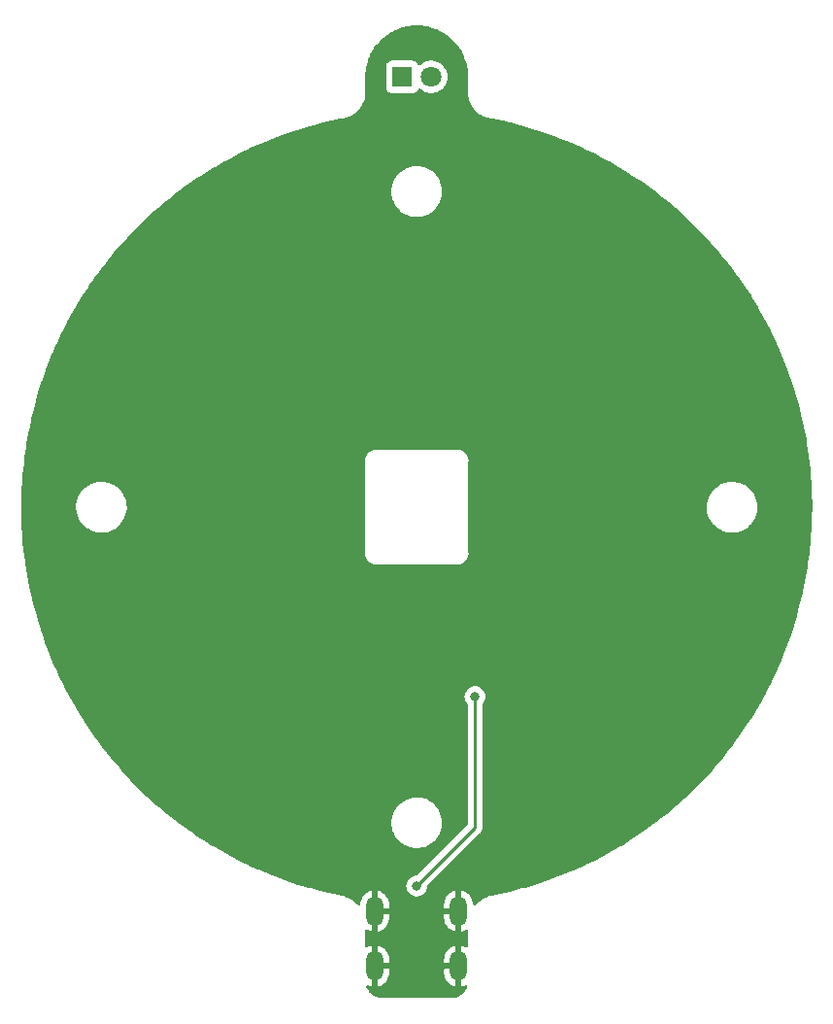
<source format=gtl>
%TF.GenerationSoftware,KiCad,Pcbnew,(5.99.0-7341-g2f3ca60c5e)*%
%TF.CreationDate,2020-12-04T16:45:41+01:00*%
%TF.ProjectId,pcb,7063622e-6b69-4636-9164-5f7063625858,rev?*%
%TF.SameCoordinates,Original*%
%TF.FileFunction,Copper,L1,Top*%
%TF.FilePolarity,Positive*%
%FSLAX46Y46*%
G04 Gerber Fmt 4.6, Leading zero omitted, Abs format (unit mm)*
G04 Created by KiCad (PCBNEW (5.99.0-7341-g2f3ca60c5e)) date 2020-12-04 16:45:41*
%MOMM*%
%LPD*%
G01*
G04 APERTURE LIST*
%TA.AperFunction,ComponentPad*%
%ADD10R,1.800000X1.800000*%
%TD*%
%TA.AperFunction,ComponentPad*%
%ADD11C,1.800000*%
%TD*%
%TA.AperFunction,ComponentPad*%
%ADD12O,1.500000X2.600000*%
%TD*%
%TA.AperFunction,ViaPad*%
%ADD13C,0.800000*%
%TD*%
%TA.AperFunction,Conductor*%
%ADD14C,0.250000*%
%TD*%
G04 APERTURE END LIST*
D10*
%TO.P,D1,1,K*%
%TO.N,Net-(R3-Pad1)*%
X-1270000Y37500000D03*
D11*
%TO.P,D1,2,A*%
%TO.N,VCC*%
X1270000Y37500000D03*
%TD*%
D12*
%TO.P,J1,6,Shield*%
%TO.N,GND*%
X3650000Y-40000000D03*
X3650000Y-35200000D03*
X-3650000Y-35200000D03*
X-3650000Y-40000000D03*
%TD*%
D13*
%TO.N,GND*%
X0Y-16510000D03*
%TO.N,SIGNAL*%
X0Y-33020000D03*
X5080000Y-16510000D03*
%TD*%
D14*
%TO.N,SIGNAL*%
X2540000Y-30480000D02*
X5080000Y-27940000D01*
X0Y-33020000D02*
X2540000Y-30480000D01*
X5080000Y-16510000D02*
X5080000Y-27940000D01*
%TD*%
%TA.AperFunction,Conductor*%
%TO.N,GND*%
G36*
X47771Y41986838D02*
G01*
X354621Y41973057D01*
X360262Y41972677D01*
X426372Y41966727D01*
X444149Y41965128D01*
X449756Y41964496D01*
X512403Y41956010D01*
X754179Y41923259D01*
X759762Y41922374D01*
X842598Y41907342D01*
X848132Y41906210D01*
X997888Y41872028D01*
X1147637Y41837849D01*
X1153116Y41836468D01*
X1234288Y41814066D01*
X1239703Y41812440D01*
X1343780Y41778623D01*
X1531849Y41717516D01*
X1537159Y41715659D01*
X1616068Y41686044D01*
X1621265Y41683959D01*
X1743344Y41631779D01*
X1903748Y41563218D01*
X1908895Y41560880D01*
X1984746Y41524352D01*
X1989784Y41521785D01*
X2260301Y41376215D01*
X2265192Y41373440D01*
X2337555Y41330206D01*
X2342273Y41327240D01*
X2598667Y41157996D01*
X2603259Y41154815D01*
X2671460Y41105264D01*
X2675940Y41101853D01*
X2916104Y40910328D01*
X2920444Y40906704D01*
X2983865Y40851294D01*
X2988038Y40847480D01*
X3210062Y40635204D01*
X3214060Y40631206D01*
X3272255Y40570339D01*
X3276053Y40566184D01*
X3478173Y40334839D01*
X3481786Y40330512D01*
X3534321Y40264634D01*
X3537746Y40260136D01*
X3718275Y40011658D01*
X3721495Y40007010D01*
X3767908Y39936698D01*
X3770916Y39931910D01*
X3928450Y39668243D01*
X3931241Y39663325D01*
X3971148Y39589164D01*
X3973715Y39584127D01*
X4107001Y39307359D01*
X4109331Y39302229D01*
X4109340Y39302209D01*
X4142441Y39224766D01*
X4144546Y39219518D01*
X4252480Y38931927D01*
X4254344Y38926598D01*
X4262379Y38901869D01*
X4280370Y38846499D01*
X4281996Y38841084D01*
X4286136Y38826082D01*
X4363721Y38544962D01*
X4365095Y38539509D01*
X4383837Y38457388D01*
X4384971Y38451852D01*
X4439815Y38149645D01*
X4440698Y38144071D01*
X4446155Y38103789D01*
X4452010Y38060561D01*
X4452643Y38054943D01*
X4480179Y37748994D01*
X4480559Y37743352D01*
X4485352Y37636631D01*
X4485471Y37632402D01*
X4487308Y37469917D01*
X4487428Y37459292D01*
X4488112Y37454871D01*
X4488113Y37454862D01*
X4490517Y37439328D01*
X4492000Y37420056D01*
X4492000Y36203036D01*
X4490862Y36186141D01*
X4488410Y36168016D01*
X4486340Y36152721D01*
X4486437Y36147861D01*
X4486437Y36147860D01*
X4489892Y35974884D01*
X4489917Y35972314D01*
X4489907Y35949012D01*
X4490483Y35945299D01*
X4490493Y35944816D01*
X4490704Y35943529D01*
X4490704Y35943524D01*
X4491665Y35937656D01*
X4491829Y35936630D01*
X4495024Y35916052D01*
X4542483Y35610332D01*
X4542927Y35608878D01*
X4543621Y35604393D01*
X4545098Y35599752D01*
X4545098Y35599750D01*
X4560035Y35552798D01*
X4560476Y35551384D01*
X4575063Y35503595D01*
X4576129Y35501970D01*
X4576540Y35500921D01*
X4647529Y35277787D01*
X4648190Y35276419D01*
X4649564Y35272094D01*
X4651731Y35267743D01*
X4673686Y35223654D01*
X4674327Y35222347D01*
X4696097Y35177310D01*
X4697400Y35175868D01*
X4697969Y35174890D01*
X4779660Y35010844D01*
X4802343Y34965293D01*
X4803206Y34964043D01*
X4805227Y34959980D01*
X4828394Y34927256D01*
X4836474Y34915842D01*
X4837305Y34914654D01*
X4865749Y34873456D01*
X4867256Y34872232D01*
X4867970Y34871351D01*
X5003260Y34680246D01*
X5004305Y34679142D01*
X5006926Y34675437D01*
X5010306Y34671951D01*
X5010309Y34671948D01*
X5044597Y34636591D01*
X5045622Y34635521D01*
X5076423Y34603002D01*
X5076434Y34602992D01*
X5080004Y34599223D01*
X5081679Y34598246D01*
X5082521Y34597484D01*
X5245528Y34429393D01*
X5246728Y34428465D01*
X5249887Y34425204D01*
X5253769Y34422273D01*
X5253771Y34422271D01*
X5293135Y34392548D01*
X5294301Y34391656D01*
X5333793Y34361101D01*
X5335599Y34360393D01*
X5336540Y34359774D01*
X5523407Y34218673D01*
X5524735Y34217940D01*
X5528356Y34215203D01*
X5532651Y34212897D01*
X5532654Y34212895D01*
X5576047Y34189596D01*
X5577347Y34188889D01*
X5621102Y34164729D01*
X5622998Y34164305D01*
X5624023Y34163838D01*
X5830320Y34053074D01*
X5831751Y34052551D01*
X5835747Y34050403D01*
X5840343Y34048784D01*
X5840347Y34048782D01*
X5868700Y34038793D01*
X5886783Y34032422D01*
X5888146Y34031933D01*
X5930245Y34016542D01*
X5930249Y34016541D01*
X5935134Y34014755D01*
X5937070Y34014627D01*
X5938165Y34014320D01*
X6130650Y33946505D01*
X6133066Y33945626D01*
X6150315Y33939150D01*
X6150320Y33939149D01*
X6154871Y33937440D01*
X6158549Y33936676D01*
X6159007Y33936515D01*
X6166483Y33935027D01*
X6167108Y33934899D01*
X6284531Y33910522D01*
X6288440Y33909710D01*
X6291760Y33908914D01*
X6294718Y33907856D01*
X6299496Y33906942D01*
X6299501Y33906941D01*
X6327337Y33901619D01*
X6329229Y33901242D01*
X6346461Y33897664D01*
X6354081Y33896082D01*
X6354084Y33896082D01*
X6358475Y33895170D01*
X6361577Y33894976D01*
X6364961Y33894425D01*
X6715977Y33827309D01*
X6717543Y33826999D01*
X7043954Y33760291D01*
X7046033Y33759848D01*
X7901365Y33569962D01*
X7903435Y33569484D01*
X8049426Y33534480D01*
X8178865Y33503444D01*
X8180820Y33502958D01*
X9029217Y33284338D01*
X9031243Y33283797D01*
X9186845Y33240890D01*
X9304270Y33208509D01*
X9306314Y33207927D01*
X10146852Y32960814D01*
X10148831Y32960215D01*
X10419263Y32875728D01*
X10421141Y32875123D01*
X11252930Y32599776D01*
X11254942Y32599092D01*
X11522162Y32505604D01*
X11524162Y32504885D01*
X11996750Y32330547D01*
X12346269Y32201609D01*
X12348168Y32200890D01*
X12612136Y32098421D01*
X12614012Y32097675D01*
X13138825Y31883692D01*
X13425326Y31766877D01*
X13427286Y31766059D01*
X13562596Y31708209D01*
X13687764Y31654695D01*
X13689542Y31653916D01*
X14313522Y31374597D01*
X14489223Y31295946D01*
X14491156Y31295062D01*
X14747681Y31174997D01*
X14749598Y31174079D01*
X15536664Y30789380D01*
X15538566Y30788431D01*
X15790868Y30659795D01*
X15792753Y30658814D01*
X16095658Y30497883D01*
X16566485Y30247736D01*
X16568308Y30246747D01*
X16816099Y30109688D01*
X16817950Y30108644D01*
X17577339Y29671721D01*
X17579172Y29670646D01*
X17822198Y29525308D01*
X17823951Y29524239D01*
X18045167Y29386825D01*
X18568181Y29061942D01*
X18569977Y29060806D01*
X18807956Y28907357D01*
X18809733Y28906190D01*
X19538020Y28419003D01*
X19539776Y28417806D01*
X19772329Y28256496D01*
X19774065Y28255270D01*
X20485449Y27743833D01*
X20487165Y27742578D01*
X20714241Y27573443D01*
X20715935Y27572159D01*
X21409669Y27037011D01*
X21411341Y27035698D01*
X21632577Y26859004D01*
X21634226Y26857664D01*
X22309494Y26299437D01*
X22311114Y26298075D01*
X22512111Y26126127D01*
X22526212Y26114064D01*
X22527811Y26112672D01*
X22580868Y26065711D01*
X23183928Y25531929D01*
X23185508Y25530507D01*
X23394295Y25339328D01*
X23395850Y25337879D01*
X24031937Y24735396D01*
X24033467Y24733922D01*
X24235708Y24535790D01*
X24237171Y24534332D01*
X24852737Y23910572D01*
X24854126Y23909141D01*
X25049517Y23704351D01*
X25050950Y23702823D01*
X25645139Y23058638D01*
X25646446Y23057197D01*
X25834931Y22845807D01*
X25836271Y22844278D01*
X25961480Y22698992D01*
X26408317Y22180502D01*
X26409691Y22178881D01*
X26590859Y21961348D01*
X26592132Y21959792D01*
X27141407Y21277169D01*
X27142723Y21275505D01*
X27316604Y21051787D01*
X27317782Y21050243D01*
X27499263Y20808436D01*
X27843717Y20349478D01*
X27844978Y20347768D01*
X28011067Y20118514D01*
X28012300Y20116782D01*
X28514265Y19398726D01*
X28515468Y19396974D01*
X28673819Y19162115D01*
X28674971Y19160374D01*
X28897733Y18817650D01*
X29152382Y18425866D01*
X29153525Y18424074D01*
X29303860Y18184013D01*
X29304973Y18182202D01*
X29757353Y17431975D01*
X29758435Y17430146D01*
X29900530Y17185249D01*
X29901580Y17183404D01*
X30145059Y16746977D01*
X30328466Y16418225D01*
X30329423Y16416475D01*
X30463212Y16166856D01*
X30464171Y16165031D01*
X30865029Y15385836D01*
X30865959Y15383989D01*
X30991218Y15130070D01*
X30992126Y15128188D01*
X31366392Y14336085D01*
X31366418Y14336029D01*
X31367310Y14334100D01*
X31483951Y14076056D01*
X31484810Y14074112D01*
X31832168Y13269775D01*
X31832994Y13267817D01*
X31940834Y13006061D01*
X31941627Y13004089D01*
X32261630Y12188563D01*
X32262390Y12186578D01*
X32314146Y12047844D01*
X32361411Y11921145D01*
X32362074Y11919319D01*
X32599719Y11247910D01*
X32654460Y11093252D01*
X32655114Y11091354D01*
X32745049Y10822956D01*
X32745707Y10820935D01*
X33010058Y9985489D01*
X33010682Y9983458D01*
X33091506Y9712198D01*
X33092096Y9710155D01*
X33328094Y8866342D01*
X33328649Y8864291D01*
X33400297Y8590381D01*
X33400817Y8588320D01*
X33608198Y7737115D01*
X33608684Y7735046D01*
X33671054Y7458868D01*
X33671494Y7456840D01*
X33850087Y6598909D01*
X33850473Y6596974D01*
X33903487Y6318870D01*
X33903862Y6316814D01*
X33990417Y5817070D01*
X34053394Y5453461D01*
X34053739Y5451364D01*
X34097360Y5171516D01*
X34097665Y5169445D01*
X34200667Y4426484D01*
X34217980Y4301605D01*
X34218254Y4299497D01*
X34252383Y4018560D01*
X34252622Y4016448D01*
X34343602Y3144990D01*
X34343800Y3142930D01*
X34358174Y2978418D01*
X34368450Y2860799D01*
X34368617Y2858680D01*
X34430147Y1984673D01*
X34430278Y1982552D01*
X34445390Y1699902D01*
X34445486Y1697779D01*
X34477497Y822247D01*
X34477557Y820128D01*
X34482359Y576122D01*
X34483129Y536978D01*
X34483152Y534900D01*
X34483450Y428966D01*
X34485612Y-341232D01*
X34485600Y-343357D01*
X34481619Y-626499D01*
X34481571Y-628624D01*
X34456384Y-1442678D01*
X34454475Y-1504364D01*
X34454392Y-1506459D01*
X34440864Y-1789253D01*
X34440864Y-1789256D01*
X34440746Y-1791361D01*
X34384122Y-2665737D01*
X34384120Y-2665764D01*
X34383964Y-2667883D01*
X34360913Y-2949958D01*
X34360726Y-2952027D01*
X34274626Y-3824128D01*
X34274415Y-3826105D01*
X34263317Y-3921949D01*
X34241850Y-4107341D01*
X34241587Y-4109450D01*
X34198582Y-4432995D01*
X34126133Y-4978050D01*
X34125857Y-4980006D01*
X34083798Y-5260161D01*
X34083486Y-5262126D01*
X33938811Y-6126258D01*
X33938810Y-6126263D01*
X33938442Y-6128356D01*
X33886989Y-6406758D01*
X33886587Y-6408835D01*
X33777444Y-6948302D01*
X33712836Y-7267641D01*
X33712397Y-7269720D01*
X33651594Y-7546174D01*
X33651120Y-7548246D01*
X33623225Y-7665606D01*
X33448511Y-8400658D01*
X33448507Y-8400673D01*
X33447998Y-8402737D01*
X33377884Y-8677061D01*
X33377340Y-8679116D01*
X33146093Y-9524203D01*
X33145515Y-9526248D01*
X33066189Y-9798045D01*
X33065576Y-9800080D01*
X33007794Y-9986322D01*
X32805990Y-10636774D01*
X32805981Y-10636802D01*
X32805334Y-10638827D01*
X32716865Y-10907853D01*
X32716184Y-10909866D01*
X32428506Y-11737372D01*
X32427791Y-11739374D01*
X32330319Y-12005208D01*
X32329571Y-12007197D01*
X32014139Y-12824539D01*
X32014124Y-12824577D01*
X32013359Y-12826510D01*
X31906963Y-13088934D01*
X31906202Y-13090769D01*
X31798428Y-13344228D01*
X31563311Y-13897168D01*
X31562463Y-13899116D01*
X31447308Y-14157732D01*
X31446427Y-14159667D01*
X31076546Y-14954003D01*
X31075632Y-14955922D01*
X30951871Y-15210396D01*
X30950926Y-15212300D01*
X30554452Y-15993728D01*
X30553474Y-15995615D01*
X30421160Y-16245846D01*
X30420151Y-16247716D01*
X30279365Y-16503435D01*
X29997572Y-17015276D01*
X29996563Y-17017073D01*
X29884623Y-17212519D01*
X29855825Y-17262800D01*
X29854753Y-17264635D01*
X29406575Y-18017415D01*
X29405472Y-18019232D01*
X29256531Y-18260062D01*
X29255398Y-18261860D01*
X28782067Y-18999117D01*
X28780904Y-19000896D01*
X28623937Y-19236546D01*
X28622744Y-19238305D01*
X28124823Y-19959164D01*
X28123600Y-19960903D01*
X27958760Y-20191143D01*
X27957510Y-20192858D01*
X27577538Y-20705103D01*
X27435498Y-20896588D01*
X27434217Y-20898284D01*
X27261767Y-21122750D01*
X27260458Y-21124424D01*
X26714991Y-21810162D01*
X26713654Y-21811814D01*
X26533820Y-22030228D01*
X26532455Y-22031858D01*
X25964121Y-22698862D01*
X25962729Y-22700468D01*
X25775535Y-22912798D01*
X25774154Y-22914339D01*
X25183721Y-23561708D01*
X25182276Y-23563266D01*
X24987956Y-23769236D01*
X24986484Y-23770770D01*
X24374568Y-24397835D01*
X24373071Y-24399343D01*
X24171960Y-24598595D01*
X24170437Y-24600078D01*
X23537702Y-25206158D01*
X23536155Y-25207615D01*
X23328504Y-25399909D01*
X23326933Y-25401340D01*
X22674093Y-25985754D01*
X22672497Y-25987159D01*
X22458397Y-26172408D01*
X22456778Y-26173785D01*
X21784589Y-26735849D01*
X21783028Y-26737132D01*
X21575556Y-26904749D01*
X21562755Y-26915091D01*
X21561090Y-26916412D01*
X21064928Y-27303615D01*
X20870424Y-27455405D01*
X20868766Y-27456677D01*
X20642563Y-27627144D01*
X20640980Y-27628317D01*
X19932317Y-28143858D01*
X19930752Y-28144975D01*
X19698851Y-28307769D01*
X19697181Y-28308920D01*
X18971663Y-28800172D01*
X18969894Y-28801349D01*
X18732863Y-28956078D01*
X18731075Y-28957223D01*
X17989467Y-29423681D01*
X17987660Y-29424797D01*
X17745455Y-29571496D01*
X17743684Y-29572549D01*
X16986672Y-30013779D01*
X16984827Y-30014833D01*
X16737858Y-30153253D01*
X16735995Y-30154277D01*
X15964585Y-30569690D01*
X15962705Y-30570682D01*
X15711241Y-30700675D01*
X15709345Y-30701635D01*
X15115259Y-30996154D01*
X14924288Y-31090828D01*
X14922439Y-31091726D01*
X14666737Y-31213160D01*
X14664840Y-31214042D01*
X13889987Y-31566133D01*
X13867020Y-31576569D01*
X13865077Y-31577432D01*
X13605510Y-31690134D01*
X13603554Y-31690964D01*
X12794006Y-32026354D01*
X12792060Y-32027141D01*
X12574824Y-32112876D01*
X12528785Y-32131046D01*
X12526802Y-32131809D01*
X11706419Y-32439693D01*
X11704454Y-32440412D01*
X11437800Y-32535385D01*
X11435801Y-32536078D01*
X10605577Y-32816089D01*
X10603649Y-32816722D01*
X10379903Y-32888004D01*
X10333752Y-32902707D01*
X10331721Y-32903335D01*
X9492562Y-33155169D01*
X9490606Y-33155738D01*
X9218030Y-33232552D01*
X9216004Y-33233104D01*
X8368818Y-33456491D01*
X8366758Y-33457015D01*
X8091792Y-33524579D01*
X8089724Y-33525069D01*
X7235477Y-33719753D01*
X7233400Y-33720208D01*
X6907322Y-33788757D01*
X6905759Y-33789075D01*
X6558569Y-33857482D01*
X6556132Y-33857881D01*
X6553681Y-33858009D01*
X6520060Y-33865061D01*
X6518680Y-33865342D01*
X6505842Y-33867871D01*
X6492596Y-33870481D01*
X6492593Y-33870482D01*
X6488197Y-33871348D01*
X6485901Y-33872152D01*
X6483487Y-33872733D01*
X6384487Y-33893500D01*
X6380423Y-33894283D01*
X6373935Y-33895423D01*
X6357138Y-33898374D01*
X6352481Y-33899961D01*
X6350027Y-33900728D01*
X6346950Y-33901374D01*
X6342732Y-33902909D01*
X6327849Y-33908325D01*
X6325399Y-33909188D01*
X6051068Y-34002658D01*
X6049267Y-34003255D01*
X6028393Y-34009987D01*
X6024049Y-34012174D01*
X6024047Y-34012175D01*
X5739651Y-34155364D01*
X5737794Y-34156280D01*
X5722520Y-34163658D01*
X5722513Y-34163662D01*
X5718137Y-34165776D01*
X5714139Y-34168537D01*
X5714133Y-34168541D01*
X5452132Y-34349512D01*
X5450422Y-34350673D01*
X5432270Y-34362776D01*
X5428687Y-34366064D01*
X5428686Y-34366065D01*
X5194096Y-34581352D01*
X5192562Y-34582736D01*
X5179880Y-34593997D01*
X5179873Y-34594004D01*
X5176230Y-34597239D01*
X5173127Y-34600997D01*
X5129807Y-34653459D01*
X5071010Y-34693251D01*
X5000033Y-34694937D01*
X4939412Y-34657984D01*
X4908393Y-34594122D01*
X4907148Y-34584432D01*
X4893539Y-34431938D01*
X4891556Y-34420923D01*
X4835267Y-34215165D01*
X4831373Y-34204692D01*
X4739531Y-34012143D01*
X4733845Y-34002528D01*
X4609361Y-33829289D01*
X4602053Y-33820823D01*
X4448860Y-33672368D01*
X4440178Y-33665338D01*
X4263108Y-33546351D01*
X4253319Y-33540970D01*
X4057988Y-33455225D01*
X4047389Y-33451658D01*
X3921617Y-33421463D01*
X3907530Y-33422168D01*
X3904000Y-33431047D01*
X3903999Y-34945998D01*
X3904000Y-34946004D01*
X3903999Y-36968325D01*
X3908104Y-36982307D01*
X3917724Y-36983799D01*
X3917952Y-36983751D01*
X4121851Y-36921024D01*
X4132195Y-36916803D01*
X4308208Y-36825955D01*
X4377915Y-36812486D01*
X4443838Y-36838841D01*
X4485048Y-36896653D01*
X4491998Y-36937921D01*
X4491999Y-38263686D01*
X4471997Y-38331807D01*
X4418341Y-38378300D01*
X4348067Y-38388404D01*
X4295723Y-38368268D01*
X4263108Y-38346351D01*
X4253319Y-38340970D01*
X4057988Y-38255225D01*
X4047389Y-38251658D01*
X3921617Y-38221463D01*
X3907530Y-38222168D01*
X3904000Y-38231047D01*
X3903999Y-39745998D01*
X3904000Y-39746004D01*
X3903999Y-41768325D01*
X3908104Y-41782307D01*
X3917724Y-41783799D01*
X3917952Y-41783751D01*
X4121851Y-41721024D01*
X4132195Y-41716803D01*
X4213622Y-41674775D01*
X4283329Y-41661306D01*
X4349252Y-41687661D01*
X4390462Y-41745473D01*
X4393875Y-41816388D01*
X4389465Y-41830780D01*
X4388441Y-41833525D01*
X4385002Y-41841828D01*
X4350256Y-41917912D01*
X4315507Y-41994001D01*
X4311483Y-42002040D01*
X4298564Y-42025699D01*
X4293975Y-42033434D01*
X4203535Y-42174161D01*
X4198405Y-42181549D01*
X4182249Y-42203131D01*
X4176605Y-42210135D01*
X4067056Y-42336561D01*
X4060927Y-42343143D01*
X4041873Y-42362197D01*
X4035290Y-42368326D01*
X3908866Y-42477873D01*
X3901866Y-42483516D01*
X3880280Y-42499675D01*
X3880273Y-42499680D01*
X3872886Y-42504808D01*
X3842870Y-42524098D01*
X3732160Y-42595246D01*
X3724425Y-42599835D01*
X3700773Y-42612750D01*
X3692731Y-42616776D01*
X3608069Y-42655441D01*
X3540562Y-42686270D01*
X3532255Y-42689712D01*
X3506984Y-42699137D01*
X3498453Y-42701976D01*
X3411592Y-42727481D01*
X3337956Y-42749103D01*
X3329246Y-42751326D01*
X3302884Y-42757060D01*
X3294036Y-42758656D01*
X3128466Y-42782462D01*
X3119525Y-42783424D01*
X3106484Y-42784356D01*
X3074380Y-42786652D01*
X3067688Y-42786952D01*
X2960229Y-42788909D01*
X2960223Y-42788910D01*
X2955751Y-42788991D01*
X2939317Y-42791651D01*
X2919185Y-42793270D01*
X-2917379Y-42793270D01*
X-2939028Y-42791396D01*
X-2947680Y-42789887D01*
X-2947679Y-42789887D01*
X-2952473Y-42789051D01*
X-2957332Y-42788962D01*
X-2957337Y-42788962D01*
X-3067689Y-42786952D01*
X-3074384Y-42786652D01*
X-3119513Y-42783424D01*
X-3128454Y-42782463D01*
X-3294040Y-42758656D01*
X-3302892Y-42757059D01*
X-3329246Y-42751326D01*
X-3329254Y-42751324D01*
X-3337966Y-42749100D01*
X-3346237Y-42746672D01*
X-3498460Y-42701975D01*
X-3506985Y-42699137D01*
X-3532252Y-42689712D01*
X-3540558Y-42686272D01*
X-3616642Y-42651526D01*
X-3692737Y-42616774D01*
X-3700770Y-42612753D01*
X-3724429Y-42599834D01*
X-3732164Y-42595245D01*
X-3872891Y-42504805D01*
X-3880279Y-42499675D01*
X-3901861Y-42483519D01*
X-3908865Y-42477875D01*
X-4035291Y-42368326D01*
X-4041873Y-42362197D01*
X-4060927Y-42343143D01*
X-4067056Y-42336560D01*
X-4176603Y-42210136D01*
X-4182247Y-42203134D01*
X-4182249Y-42203131D01*
X-4198412Y-42181540D01*
X-4203540Y-42174153D01*
X-4293976Y-42033430D01*
X-4298565Y-42025695D01*
X-4311480Y-42002043D01*
X-4315506Y-41994001D01*
X-4384998Y-41841838D01*
X-4388409Y-41833613D01*
X-4388566Y-41833193D01*
X-4393682Y-41762381D01*
X-4359702Y-41700044D01*
X-4297415Y-41665974D01*
X-4226595Y-41670987D01*
X-4219896Y-41673702D01*
X-4057988Y-41744775D01*
X-4047389Y-41748342D01*
X-3921617Y-41778537D01*
X-3907530Y-41777832D01*
X-3904000Y-41768953D01*
X-3904000Y-41768325D01*
X-3396001Y-41768325D01*
X-3391896Y-41782307D01*
X-3382276Y-41783799D01*
X-3382048Y-41783751D01*
X-3178149Y-41721024D01*
X-3167805Y-41716803D01*
X-2978235Y-41618958D01*
X-2968804Y-41612973D01*
X-2799550Y-41483101D01*
X-2791337Y-41475548D01*
X-2647756Y-41317755D01*
X-2641001Y-41308855D01*
X-2527645Y-41128149D01*
X-2522564Y-41118179D01*
X-2442998Y-40920253D01*
X-2439767Y-40909553D01*
X-2396307Y-40699690D01*
X-2395104Y-40690554D01*
X-2392105Y-40638541D01*
X-2392000Y-40634894D01*
X-2392000Y-40272115D01*
X-2393341Y-40267547D01*
X2392000Y-40267547D01*
X2392000Y-40603221D01*
X2392249Y-40608816D01*
X2406462Y-40768062D01*
X2408444Y-40779076D01*
X2464733Y-40984834D01*
X2468627Y-40995307D01*
X2560469Y-41187856D01*
X2566155Y-41197471D01*
X2690639Y-41370710D01*
X2697947Y-41379176D01*
X2851140Y-41527632D01*
X2859822Y-41534662D01*
X3036892Y-41653649D01*
X3046681Y-41659030D01*
X3242012Y-41744775D01*
X3252611Y-41748342D01*
X3378383Y-41778537D01*
X3392470Y-41777832D01*
X3396000Y-41768953D01*
X3396001Y-40272115D01*
X3391526Y-40256876D01*
X3390136Y-40255671D01*
X3382453Y-40254000D01*
X2410115Y-40253999D01*
X2394876Y-40258474D01*
X2393671Y-40259864D01*
X2392000Y-40267547D01*
X-2393341Y-40267547D01*
X-2396475Y-40256876D01*
X-2397865Y-40255671D01*
X-2405548Y-40254000D01*
X-3377885Y-40253999D01*
X-3393124Y-40258474D01*
X-3394329Y-40259864D01*
X-3396000Y-40267547D01*
X-3396001Y-41768325D01*
X-3904000Y-41768325D01*
X-3903999Y-40254000D01*
X-3904000Y-40253996D01*
X-3904000Y-39727885D01*
X-3396001Y-39727885D01*
X-3391526Y-39743124D01*
X-3390136Y-39744329D01*
X-3382453Y-39746000D01*
X-2410115Y-39746001D01*
X-2394876Y-39741526D01*
X-2393671Y-39740136D01*
X-2392000Y-39732453D01*
X-2392000Y-39396778D01*
X-2392249Y-39391183D01*
X-2394576Y-39365106D01*
X2392000Y-39365106D01*
X2392000Y-39727885D01*
X2396475Y-39743124D01*
X2397865Y-39744329D01*
X2405548Y-39746000D01*
X3377885Y-39746001D01*
X3393124Y-39741526D01*
X3394329Y-39740136D01*
X3396000Y-39732453D01*
X3396001Y-38231675D01*
X3391896Y-38217693D01*
X3382276Y-38216201D01*
X3382048Y-38216249D01*
X3178149Y-38278976D01*
X3167805Y-38283197D01*
X2978235Y-38381042D01*
X2968804Y-38387027D01*
X2799551Y-38516899D01*
X2791338Y-38524452D01*
X2647753Y-38682249D01*
X2641007Y-38691137D01*
X2527640Y-38871859D01*
X2522567Y-38881815D01*
X2442998Y-39079747D01*
X2439767Y-39090447D01*
X2396307Y-39300310D01*
X2395104Y-39309446D01*
X2392105Y-39361459D01*
X2392000Y-39365106D01*
X-2394576Y-39365106D01*
X-2406462Y-39231937D01*
X-2408444Y-39220923D01*
X-2464733Y-39015165D01*
X-2468627Y-39004692D01*
X-2560469Y-38812143D01*
X-2566155Y-38802528D01*
X-2690639Y-38629289D01*
X-2697947Y-38620823D01*
X-2851140Y-38472368D01*
X-2859822Y-38465338D01*
X-3036892Y-38346351D01*
X-3046681Y-38340970D01*
X-3242012Y-38255225D01*
X-3252611Y-38251658D01*
X-3378383Y-38221463D01*
X-3392470Y-38222168D01*
X-3396000Y-38231047D01*
X-3396001Y-39727885D01*
X-3904000Y-39727885D01*
X-3903999Y-38231675D01*
X-3908104Y-38217693D01*
X-3917724Y-38216201D01*
X-3917952Y-38216249D01*
X-4121851Y-38278976D01*
X-4132195Y-38283197D01*
X-4308209Y-38374045D01*
X-4377916Y-38387514D01*
X-4443840Y-38361159D01*
X-4485049Y-38303346D01*
X-4491999Y-38262079D01*
X-4491999Y-36936314D01*
X-4471997Y-36868193D01*
X-4418341Y-36821700D01*
X-4348067Y-36811596D01*
X-4295723Y-36831732D01*
X-4263108Y-36853649D01*
X-4253319Y-36859030D01*
X-4057988Y-36944775D01*
X-4047389Y-36948342D01*
X-3921617Y-36978537D01*
X-3907530Y-36977832D01*
X-3904000Y-36968953D01*
X-3904000Y-36968325D01*
X-3396001Y-36968325D01*
X-3391896Y-36982307D01*
X-3382276Y-36983799D01*
X-3382048Y-36983751D01*
X-3178149Y-36921024D01*
X-3167805Y-36916803D01*
X-2978235Y-36818958D01*
X-2968804Y-36812973D01*
X-2799550Y-36683101D01*
X-2791337Y-36675548D01*
X-2647756Y-36517755D01*
X-2641001Y-36508855D01*
X-2527645Y-36328149D01*
X-2522564Y-36318179D01*
X-2442998Y-36120253D01*
X-2439767Y-36109553D01*
X-2396307Y-35899690D01*
X-2395104Y-35890554D01*
X-2392105Y-35838541D01*
X-2392000Y-35834894D01*
X-2392000Y-35472115D01*
X-2393341Y-35467547D01*
X2392000Y-35467547D01*
X2392000Y-35803221D01*
X2392249Y-35808816D01*
X2406462Y-35968062D01*
X2408444Y-35979076D01*
X2464733Y-36184834D01*
X2468627Y-36195307D01*
X2560469Y-36387856D01*
X2566155Y-36397471D01*
X2690639Y-36570710D01*
X2697947Y-36579176D01*
X2851140Y-36727632D01*
X2859822Y-36734662D01*
X3036892Y-36853649D01*
X3046681Y-36859030D01*
X3242012Y-36944775D01*
X3252611Y-36948342D01*
X3378383Y-36978537D01*
X3392470Y-36977832D01*
X3396000Y-36968953D01*
X3396001Y-35472115D01*
X3391526Y-35456876D01*
X3390136Y-35455671D01*
X3382453Y-35454000D01*
X2410115Y-35453999D01*
X2394876Y-35458474D01*
X2393671Y-35459864D01*
X2392000Y-35467547D01*
X-2393341Y-35467547D01*
X-2396475Y-35456876D01*
X-2397865Y-35455671D01*
X-2405548Y-35454000D01*
X-3377885Y-35453999D01*
X-3393124Y-35458474D01*
X-3394329Y-35459864D01*
X-3396000Y-35467547D01*
X-3396001Y-36968325D01*
X-3904000Y-36968325D01*
X-3903999Y-35454000D01*
X-3904000Y-35453996D01*
X-3904000Y-34927885D01*
X-3396001Y-34927885D01*
X-3391526Y-34943124D01*
X-3390136Y-34944329D01*
X-3382453Y-34946000D01*
X-2410115Y-34946001D01*
X-2394876Y-34941526D01*
X-2393671Y-34940136D01*
X-2392000Y-34932453D01*
X-2392000Y-34596778D01*
X-2392249Y-34591183D01*
X-2394576Y-34565106D01*
X2392000Y-34565106D01*
X2392000Y-34927885D01*
X2396475Y-34943124D01*
X2397865Y-34944329D01*
X2405548Y-34946000D01*
X3377885Y-34946001D01*
X3393124Y-34941526D01*
X3394329Y-34940136D01*
X3396000Y-34932453D01*
X3396001Y-33431675D01*
X3391896Y-33417693D01*
X3382276Y-33416201D01*
X3382048Y-33416249D01*
X3178149Y-33478976D01*
X3167805Y-33483197D01*
X2978235Y-33581042D01*
X2968804Y-33587027D01*
X2799551Y-33716899D01*
X2791338Y-33724452D01*
X2647753Y-33882249D01*
X2641007Y-33891137D01*
X2527640Y-34071859D01*
X2522567Y-34081815D01*
X2442998Y-34279747D01*
X2439767Y-34290447D01*
X2396307Y-34500310D01*
X2395104Y-34509446D01*
X2392105Y-34561459D01*
X2392000Y-34565106D01*
X-2394576Y-34565106D01*
X-2406462Y-34431937D01*
X-2408444Y-34420923D01*
X-2464733Y-34215165D01*
X-2468627Y-34204692D01*
X-2560469Y-34012143D01*
X-2566155Y-34002528D01*
X-2690639Y-33829289D01*
X-2697947Y-33820823D01*
X-2851140Y-33672368D01*
X-2859822Y-33665338D01*
X-3036892Y-33546351D01*
X-3046681Y-33540970D01*
X-3242012Y-33455225D01*
X-3252611Y-33451658D01*
X-3378383Y-33421463D01*
X-3392470Y-33422168D01*
X-3396000Y-33431047D01*
X-3396001Y-34927885D01*
X-3904000Y-34927885D01*
X-3903999Y-33431675D01*
X-3908104Y-33417693D01*
X-3917724Y-33416201D01*
X-3917952Y-33416249D01*
X-4121851Y-33478976D01*
X-4132195Y-33483197D01*
X-4321765Y-33581042D01*
X-4331196Y-33587027D01*
X-4500449Y-33716899D01*
X-4508662Y-33724452D01*
X-4652247Y-33882249D01*
X-4658993Y-33891137D01*
X-4772360Y-34071859D01*
X-4777433Y-34081815D01*
X-4857002Y-34279747D01*
X-4860233Y-34290447D01*
X-4903693Y-34500310D01*
X-4904896Y-34509446D01*
X-4907895Y-34561459D01*
X-4908000Y-34565106D01*
X-4908000Y-34571596D01*
X-4928002Y-34639717D01*
X-4981658Y-34686210D01*
X-5051932Y-34696314D01*
X-5116512Y-34666820D01*
X-5131158Y-34651822D01*
X-5157582Y-34619821D01*
X-5158846Y-34618265D01*
X-5172485Y-34601184D01*
X-5176073Y-34597891D01*
X-5176076Y-34597888D01*
X-5410637Y-34382627D01*
X-5412148Y-34381218D01*
X-5424485Y-34369517D01*
X-5424492Y-34369512D01*
X-5428016Y-34366169D01*
X-5553133Y-34279747D01*
X-5694055Y-34182408D01*
X-5695743Y-34181221D01*
X-5696438Y-34180724D01*
X-5713458Y-34168551D01*
X-6002252Y-34023149D01*
X-6004066Y-34022216D01*
X-6019063Y-34014354D01*
X-6019065Y-34014353D01*
X-6023380Y-34012091D01*
X-6027990Y-34010520D01*
X-6027993Y-34010519D01*
X-6317745Y-33911796D01*
X-6321640Y-33910397D01*
X-6339187Y-33903768D01*
X-6339188Y-33903768D01*
X-6343745Y-33902046D01*
X-6348538Y-33901041D01*
X-6351060Y-33900445D01*
X-6354035Y-33899431D01*
X-6358436Y-33898602D01*
X-6358441Y-33898601D01*
X-6374056Y-33895661D01*
X-6376592Y-33895156D01*
X-6480264Y-33873410D01*
X-6482673Y-33872822D01*
X-6484982Y-33871982D01*
X-6518660Y-33865346D01*
X-6520149Y-33865043D01*
X-6546096Y-33859601D01*
X-6546097Y-33859601D01*
X-6550478Y-33858682D01*
X-6552899Y-33858525D01*
X-6555344Y-33858118D01*
X-6905736Y-33789080D01*
X-6907299Y-33788762D01*
X-7233425Y-33720203D01*
X-7235502Y-33719748D01*
X-8089724Y-33525070D01*
X-8091792Y-33524580D01*
X-8366739Y-33457020D01*
X-8368799Y-33456496D01*
X-8904790Y-33315166D01*
X-9216009Y-33233104D01*
X-9217913Y-33232584D01*
X-9490553Y-33155753D01*
X-9492581Y-33155163D01*
X-9942970Y-33020000D01*
X-913500Y-33020000D01*
X-912810Y-33026565D01*
X-899233Y-33155738D01*
X-893538Y-33209927D01*
X-891498Y-33216205D01*
X-891498Y-33216206D01*
X-859043Y-33316093D01*
X-834524Y-33391554D01*
X-831221Y-33397276D01*
X-831220Y-33397277D01*
X-803811Y-33444750D01*
X-739037Y-33556942D01*
X-734619Y-33561849D01*
X-734618Y-33561850D01*
X-641437Y-33665338D01*
X-611251Y-33698863D01*
X-605909Y-33702744D01*
X-605907Y-33702746D01*
X-462092Y-33807233D01*
X-456750Y-33811114D01*
X-450722Y-33813798D01*
X-450720Y-33813799D01*
X-288318Y-33886105D01*
X-282287Y-33888790D01*
X-190383Y-33908325D01*
X-101944Y-33927124D01*
X-101939Y-33927124D01*
X-95487Y-33928496D01*
X95487Y-33928496D01*
X101939Y-33927124D01*
X101944Y-33927124D01*
X190383Y-33908325D01*
X282287Y-33888790D01*
X288318Y-33886105D01*
X450720Y-33813799D01*
X450722Y-33813798D01*
X456750Y-33811114D01*
X462092Y-33807233D01*
X605907Y-33702746D01*
X605909Y-33702744D01*
X611251Y-33698863D01*
X641437Y-33665338D01*
X734618Y-33561850D01*
X734619Y-33561849D01*
X739037Y-33556942D01*
X803811Y-33444750D01*
X831220Y-33397277D01*
X831221Y-33397276D01*
X834524Y-33391554D01*
X859043Y-33316093D01*
X891498Y-33216206D01*
X891498Y-33216205D01*
X893538Y-33209927D01*
X899232Y-33155753D01*
X910903Y-33044710D01*
X937916Y-32979054D01*
X947118Y-32968786D01*
X5472513Y-28443391D01*
X5480601Y-28436031D01*
X5486995Y-28431973D01*
X5532870Y-28383121D01*
X5535624Y-28380280D01*
X5555937Y-28359967D01*
X5558582Y-28356556D01*
X5566288Y-28347534D01*
X5567347Y-28346407D01*
X5596557Y-28315301D01*
X5600698Y-28307769D01*
X5606317Y-28297548D01*
X5617173Y-28281021D01*
X5624722Y-28271289D01*
X5629582Y-28265024D01*
X5647143Y-28224445D01*
X5652351Y-28213813D01*
X5673662Y-28175048D01*
X5675633Y-28167371D01*
X5675635Y-28167366D01*
X5678698Y-28155434D01*
X5685104Y-28136722D01*
X5690001Y-28125408D01*
X5690002Y-28125404D01*
X5693147Y-28118137D01*
X5700064Y-28074463D01*
X5702468Y-28062855D01*
X5713465Y-28020025D01*
X5713500Y-28019469D01*
X5713500Y-27999547D01*
X5715051Y-27979836D01*
X5716944Y-27967884D01*
X5718184Y-27960056D01*
X5714059Y-27916421D01*
X5713500Y-27904563D01*
X5713500Y-17212519D01*
X5733502Y-17144398D01*
X5745864Y-17128209D01*
X5814618Y-17051850D01*
X5814619Y-17051849D01*
X5819037Y-17046942D01*
X5914524Y-16881554D01*
X5973538Y-16699927D01*
X5993500Y-16510000D01*
X5973538Y-16320073D01*
X5914524Y-16138446D01*
X5819037Y-15973058D01*
X5691251Y-15831137D01*
X5685909Y-15827256D01*
X5685907Y-15827254D01*
X5542092Y-15722767D01*
X5542091Y-15722766D01*
X5536750Y-15718886D01*
X5530722Y-15716202D01*
X5530720Y-15716201D01*
X5368318Y-15643895D01*
X5368317Y-15643895D01*
X5362287Y-15641210D01*
X5268887Y-15621357D01*
X5181944Y-15602876D01*
X5181939Y-15602876D01*
X5175487Y-15601504D01*
X4984513Y-15601504D01*
X4978061Y-15602876D01*
X4978056Y-15602876D01*
X4891113Y-15621357D01*
X4797713Y-15641210D01*
X4791683Y-15643895D01*
X4791682Y-15643895D01*
X4629280Y-15716201D01*
X4629278Y-15716202D01*
X4623250Y-15718886D01*
X4617909Y-15722766D01*
X4617908Y-15722767D01*
X4474093Y-15827254D01*
X4474091Y-15827256D01*
X4468749Y-15831137D01*
X4340963Y-15973058D01*
X4245476Y-16138446D01*
X4186462Y-16320073D01*
X4166500Y-16510000D01*
X4186462Y-16699927D01*
X4245476Y-16881554D01*
X4340963Y-17046942D01*
X4345381Y-17051849D01*
X4345382Y-17051850D01*
X4414136Y-17128209D01*
X4444854Y-17192216D01*
X4446500Y-17212519D01*
X4446501Y-27625405D01*
X4426499Y-27693526D01*
X4409596Y-27714500D01*
X49497Y-32074599D01*
X-12815Y-32108625D01*
X-39598Y-32111504D01*
X-95487Y-32111504D01*
X-101939Y-32112876D01*
X-101944Y-32112876D01*
X-187424Y-32131046D01*
X-282287Y-32151210D01*
X-288317Y-32153895D01*
X-288318Y-32153895D01*
X-450720Y-32226201D01*
X-450722Y-32226202D01*
X-456750Y-32228886D01*
X-462091Y-32232766D01*
X-462092Y-32232767D01*
X-605907Y-32337254D01*
X-605909Y-32337256D01*
X-611251Y-32341137D01*
X-615672Y-32346047D01*
X-615673Y-32346048D01*
X-700638Y-32440412D01*
X-739037Y-32483058D01*
X-742338Y-32488776D01*
X-801749Y-32591679D01*
X-834524Y-32648446D01*
X-836566Y-32654731D01*
X-889198Y-32816717D01*
X-893538Y-32830073D01*
X-913500Y-33020000D01*
X-9942970Y-33020000D01*
X-10331688Y-32903345D01*
X-10333719Y-32902717D01*
X-10349279Y-32897760D01*
X-10603661Y-32816717D01*
X-10605588Y-32816085D01*
X-11277537Y-32589456D01*
X-11435792Y-32536081D01*
X-11437800Y-32535385D01*
X-11704431Y-32440420D01*
X-11706427Y-32439690D01*
X-12526744Y-32131831D01*
X-12528727Y-32131068D01*
X-12792091Y-32027128D01*
X-12794062Y-32026331D01*
X-13603459Y-31691005D01*
X-13605415Y-31690175D01*
X-13758800Y-31623576D01*
X-13865178Y-31577388D01*
X-13867020Y-31576569D01*
X-14664804Y-31214059D01*
X-14666731Y-31213163D01*
X-14703423Y-31195738D01*
X-14922386Y-31091751D01*
X-14924239Y-31090851D01*
X-15200329Y-30953980D01*
X-15709272Y-30701672D01*
X-15711168Y-30700712D01*
X-15962708Y-30570680D01*
X-15964588Y-30569688D01*
X-16735953Y-30154299D01*
X-16737815Y-30153276D01*
X-16984791Y-30014853D01*
X-16986604Y-30013817D01*
X-17743685Y-29572549D01*
X-17745354Y-29571558D01*
X-17987584Y-29424843D01*
X-17989378Y-29423736D01*
X-18179624Y-29304075D01*
X-18731174Y-28957161D01*
X-18732862Y-28956078D01*
X-18732863Y-28956077D01*
X-18858792Y-28873873D01*
X-18969963Y-28801302D01*
X-18971732Y-28800126D01*
X-19121378Y-28698800D01*
X-19697139Y-28308950D01*
X-19698816Y-28307794D01*
X-19869845Y-28187732D01*
X-19930682Y-28145024D01*
X-19932410Y-28143789D01*
X-20640811Y-27628442D01*
X-20642520Y-27627177D01*
X-20688308Y-27592671D01*
X-2211059Y-27592671D01*
X-2210607Y-27596830D01*
X-2210607Y-27596834D01*
X-2190770Y-27779434D01*
X-2179380Y-27884283D01*
X-2178384Y-27888340D01*
X-2178383Y-27888343D01*
X-2175645Y-27899489D01*
X-2109411Y-28169145D01*
X-2107889Y-28173028D01*
X-2107888Y-28173032D01*
X-2007087Y-28430244D01*
X-2002382Y-28442250D01*
X-2000360Y-28445898D01*
X-2000358Y-28445902D01*
X-1866848Y-28686759D01*
X-1860174Y-28698800D01*
X-1857684Y-28702153D01*
X-1857680Y-28702159D01*
X-1687774Y-28930937D01*
X-1687769Y-28930942D01*
X-1685284Y-28934289D01*
X-1682380Y-28937275D01*
X-1682376Y-28937280D01*
X-1662982Y-28957223D01*
X-1480786Y-29144579D01*
X-1250272Y-29325976D01*
X-1124032Y-29400634D01*
X-1001384Y-29473168D01*
X-1001381Y-29473170D01*
X-997792Y-29475292D01*
X-993952Y-29476922D01*
X-993950Y-29476923D01*
X-939042Y-29500230D01*
X-727782Y-29589905D01*
X-723757Y-29591014D01*
X-723756Y-29591014D01*
X-638551Y-29614483D01*
X-444985Y-29667800D01*
X-440840Y-29668368D01*
X-440839Y-29668368D01*
X-422690Y-29670854D01*
X-154371Y-29707609D01*
X-150195Y-29707624D01*
X-150189Y-29707624D01*
X-5183Y-29708130D01*
X138955Y-29708633D01*
X429841Y-29670854D01*
X713174Y-29594935D01*
X940688Y-29500230D01*
X980118Y-29483817D01*
X980121Y-29483816D01*
X983978Y-29482210D01*
X987581Y-29480113D01*
X987585Y-29480111D01*
X1110736Y-29408435D01*
X1237494Y-29334660D01*
X1469269Y-29154877D01*
X1479425Y-29144579D01*
X1672292Y-28948999D01*
X1675230Y-28946020D01*
X1851759Y-28711757D01*
X1995755Y-28456206D01*
X2104688Y-28183855D01*
X2108861Y-28167366D01*
X2163315Y-27952165D01*
X2176644Y-27899489D01*
X2178404Y-27884283D01*
X2198048Y-27714500D01*
X2210358Y-27608105D01*
X2210508Y-27601994D01*
X2212930Y-27502854D01*
X2213000Y-27500000D01*
X2193560Y-27207317D01*
X2135582Y-26919775D01*
X2040083Y-26642428D01*
X1951174Y-26464879D01*
X1910618Y-26383891D01*
X1910617Y-26383889D01*
X1908743Y-26380147D01*
X1743868Y-26137541D01*
X1693872Y-26081623D01*
X1609411Y-25987159D01*
X1548355Y-25918872D01*
X1325639Y-25727981D01*
X1155595Y-25617553D01*
X1083132Y-25570495D01*
X1083129Y-25570493D01*
X1079633Y-25568223D01*
X814660Y-25442405D01*
X810677Y-25441126D01*
X810674Y-25441125D01*
X650307Y-25389637D01*
X535373Y-25352736D01*
X246681Y-25300792D01*
X84563Y-25293430D01*
X-42176Y-25287674D01*
X-42182Y-25287674D01*
X-46346Y-25287485D01*
X-50494Y-25287848D01*
X-50498Y-25287848D01*
X-206888Y-25301531D01*
X-338558Y-25313051D01*
X-342631Y-25313961D01*
X-342635Y-25313962D01*
X-620744Y-25376126D01*
X-620751Y-25376128D01*
X-624822Y-25377038D01*
X-900108Y-25478324D01*
X-903796Y-25480268D01*
X-903804Y-25480272D01*
X-1074927Y-25570495D01*
X-1159581Y-25615128D01*
X-1398681Y-25785048D01*
X-1613208Y-25985097D01*
X-1799392Y-26211762D01*
X-1953963Y-26461059D01*
X-2074205Y-26728610D01*
X-2076771Y-26737219D01*
X-2156815Y-27005716D01*
X-2156817Y-27005724D01*
X-2158006Y-27009713D01*
X-2158658Y-27013830D01*
X-2158659Y-27013834D01*
X-2167718Y-27071034D01*
X-2203892Y-27299430D01*
X-2203994Y-27303615D01*
X-2208029Y-27468666D01*
X-2210325Y-27562646D01*
X-2211059Y-27592671D01*
X-20688308Y-27592671D01*
X-20868730Y-27456705D01*
X-20870416Y-27455411D01*
X-21441535Y-27009713D01*
X-21561154Y-26916363D01*
X-21562792Y-26915062D01*
X-21782921Y-26737219D01*
X-21784563Y-26735870D01*
X-21784628Y-26735815D01*
X-22028847Y-26531607D01*
X-22456754Y-26173804D01*
X-22458372Y-26172427D01*
X-22672475Y-25987177D01*
X-22674071Y-25985773D01*
X-23326899Y-25401372D01*
X-23328471Y-25399941D01*
X-23536139Y-25207632D01*
X-23537686Y-25206174D01*
X-24170445Y-24600070D01*
X-24171968Y-24598587D01*
X-24373033Y-24399380D01*
X-24374530Y-24397872D01*
X-24986521Y-23770731D01*
X-24987992Y-23769197D01*
X-25182223Y-23563323D01*
X-25183669Y-23561765D01*
X-25774089Y-22914412D01*
X-25775508Y-22912829D01*
X-25793602Y-22892306D01*
X-25962773Y-22700418D01*
X-25964122Y-22698862D01*
X-26532399Y-22031925D01*
X-26533764Y-22030296D01*
X-26713677Y-21811787D01*
X-26715014Y-21810134D01*
X-27260450Y-21124435D01*
X-27261759Y-21122761D01*
X-27424352Y-20911125D01*
X-27434262Y-20898226D01*
X-27435540Y-20896533D01*
X-27957502Y-20192869D01*
X-27958754Y-20191152D01*
X-28123561Y-19960959D01*
X-28124783Y-19959220D01*
X-28294305Y-19713798D01*
X-28622745Y-19238304D01*
X-28623919Y-19236575D01*
X-28780871Y-19000947D01*
X-28782034Y-18999168D01*
X-29255424Y-18261821D01*
X-29256557Y-18260023D01*
X-29405406Y-18019340D01*
X-29406509Y-18017523D01*
X-29854739Y-17264659D01*
X-29855811Y-17262824D01*
X-29855824Y-17262800D01*
X-29996544Y-17017105D01*
X-29997571Y-17015276D01*
X-30420155Y-16247708D01*
X-30421164Y-16245838D01*
X-30553458Y-15995647D01*
X-30554436Y-15993760D01*
X-30564939Y-15973058D01*
X-30950927Y-15212300D01*
X-30951847Y-15210446D01*
X-31075630Y-14955927D01*
X-31076544Y-14954008D01*
X-31144879Y-14807255D01*
X-31446427Y-14159667D01*
X-31447255Y-14157850D01*
X-31562470Y-13899100D01*
X-31563318Y-13897152D01*
X-31906131Y-13090939D01*
X-31906946Y-13088976D01*
X-31908268Y-13085716D01*
X-32013384Y-12826447D01*
X-32014124Y-12824577D01*
X-32329570Y-12007197D01*
X-32330302Y-12005253D01*
X-32427799Y-11739350D01*
X-32428513Y-11737349D01*
X-32640659Y-11127116D01*
X-32716186Y-10909863D01*
X-32716850Y-10907900D01*
X-32716865Y-10907853D01*
X-32805369Y-10638718D01*
X-32805981Y-10636802D01*
X-33065583Y-9800057D01*
X-33066193Y-9798032D01*
X-33145519Y-9526234D01*
X-33146097Y-9524189D01*
X-33377333Y-8679142D01*
X-33377877Y-8677087D01*
X-33448001Y-8402722D01*
X-33448510Y-8400658D01*
X-33631954Y-7628886D01*
X-33651121Y-7548246D01*
X-33651580Y-7546238D01*
X-33712406Y-7269677D01*
X-33712845Y-7267598D01*
X-33715911Y-7252445D01*
X-33886594Y-6408800D01*
X-33886969Y-6406864D01*
X-33911998Y-6271437D01*
X-33938442Y-6128350D01*
X-33938810Y-6126258D01*
X-34083463Y-5262260D01*
X-34083797Y-5260161D01*
X-34124228Y-4990853D01*
X-34125854Y-4980024D01*
X-34126150Y-4977927D01*
X-34126656Y-4974116D01*
X-34141153Y-4865054D01*
X-34241584Y-4109473D01*
X-34241847Y-4107364D01*
X-34274410Y-3826148D01*
X-34274636Y-3824034D01*
X-34360718Y-2952114D01*
X-34360909Y-2949998D01*
X-34367247Y-2872443D01*
X-34383970Y-2667800D01*
X-34384122Y-2665737D01*
X-34413723Y-2208633D01*
X-34440745Y-1791368D01*
X-34440864Y-1789253D01*
X-34454392Y-1506459D01*
X-34454476Y-1504335D01*
X-34480044Y-677988D01*
X-34481572Y-628603D01*
X-34481619Y-626527D01*
X-34485600Y-343352D01*
X-34485612Y-341227D01*
X-34484915Y-92671D01*
X-29711059Y-92671D01*
X-29710607Y-96830D01*
X-29710607Y-96834D01*
X-29684057Y-341227D01*
X-29679380Y-384283D01*
X-29678384Y-388340D01*
X-29678383Y-388343D01*
X-29675645Y-399489D01*
X-29609411Y-669145D01*
X-29607889Y-673028D01*
X-29607888Y-673032D01*
X-29507087Y-930244D01*
X-29502382Y-942250D01*
X-29500360Y-945898D01*
X-29500358Y-945902D01*
X-29366848Y-1186759D01*
X-29360174Y-1198800D01*
X-29357684Y-1202153D01*
X-29357680Y-1202159D01*
X-29187774Y-1430937D01*
X-29187769Y-1430942D01*
X-29185284Y-1434289D01*
X-29182380Y-1437275D01*
X-29182376Y-1437280D01*
X-29117139Y-1504364D01*
X-28980786Y-1644579D01*
X-28750272Y-1825976D01*
X-28624032Y-1900634D01*
X-28501384Y-1973168D01*
X-28501381Y-1973170D01*
X-28497792Y-1975292D01*
X-28493952Y-1976922D01*
X-28493950Y-1976923D01*
X-28362787Y-2032598D01*
X-28227782Y-2089905D01*
X-28223757Y-2091014D01*
X-28223756Y-2091014D01*
X-28138551Y-2114483D01*
X-27944985Y-2167800D01*
X-27940840Y-2168368D01*
X-27940839Y-2168368D01*
X-27922690Y-2170854D01*
X-27654371Y-2207609D01*
X-27650195Y-2207624D01*
X-27650189Y-2207624D01*
X-27505183Y-2208130D01*
X-27361045Y-2208633D01*
X-27070159Y-2170854D01*
X-26786826Y-2094935D01*
X-26596630Y-2015764D01*
X-26519882Y-1983817D01*
X-26519879Y-1983816D01*
X-26516022Y-1982210D01*
X-26512419Y-1980113D01*
X-26512415Y-1980111D01*
X-26389264Y-1908435D01*
X-26262506Y-1834660D01*
X-26030731Y-1654877D01*
X-26023934Y-1647985D01*
X-25882305Y-1504364D01*
X-25824770Y-1446020D01*
X-25648241Y-1211757D01*
X-25504245Y-956206D01*
X-25395312Y-683855D01*
X-25381336Y-628625D01*
X-25324382Y-403543D01*
X-25323356Y-399489D01*
X-25321596Y-384283D01*
X-25289970Y-110938D01*
X-25289642Y-108105D01*
X-25289366Y-96834D01*
X-25287070Y-2854D01*
X-25287000Y0D01*
X-25306440Y292683D01*
X-25364418Y580225D01*
X-25459917Y857572D01*
X-25548826Y1035121D01*
X-25589382Y1116109D01*
X-25589383Y1116111D01*
X-25591257Y1119853D01*
X-25756132Y1362459D01*
X-25951645Y1581128D01*
X-26174361Y1772019D01*
X-26177864Y1774294D01*
X-26416868Y1929505D01*
X-26416871Y1929507D01*
X-26420367Y1931777D01*
X-26685340Y2057595D01*
X-26689323Y2058874D01*
X-26689326Y2058875D01*
X-26849693Y2110363D01*
X-26964627Y2147264D01*
X-27253319Y2199208D01*
X-27415437Y2206570D01*
X-27542176Y2212326D01*
X-27542182Y2212326D01*
X-27546346Y2212515D01*
X-27550494Y2212152D01*
X-27550498Y2212152D01*
X-27706888Y2198469D01*
X-27838558Y2186949D01*
X-27842631Y2186039D01*
X-27842635Y2186038D01*
X-28120744Y2123874D01*
X-28120751Y2123872D01*
X-28124822Y2122962D01*
X-28400108Y2021676D01*
X-28403796Y2019732D01*
X-28403804Y2019728D01*
X-28588439Y1922381D01*
X-28659581Y1884872D01*
X-28898681Y1714952D01*
X-29113208Y1514903D01*
X-29299392Y1288238D01*
X-29453963Y1038941D01*
X-29574205Y771390D01*
X-29575399Y767384D01*
X-29656815Y494284D01*
X-29656817Y494276D01*
X-29658006Y490287D01*
X-29658658Y486170D01*
X-29658659Y486166D01*
X-29667718Y428966D01*
X-29703892Y200570D01*
X-29703994Y196385D01*
X-29708029Y31334D01*
X-29710325Y-62646D01*
X-29711059Y-92671D01*
X-34484915Y-92671D01*
X-34484376Y99300D01*
X-34483153Y534854D01*
X-34483130Y536922D01*
X-34477555Y820197D01*
X-34477501Y822118D01*
X-34445483Y1697846D01*
X-34445392Y1699858D01*
X-34430274Y1982614D01*
X-34430146Y1984688D01*
X-34427440Y2023118D01*
X-34368615Y2858707D01*
X-34368448Y2860825D01*
X-34343807Y3142853D01*
X-34343604Y3144969D01*
X-34343601Y3144990D01*
X-34255567Y3988240D01*
X-34252624Y4016430D01*
X-34252385Y4018543D01*
X-34248098Y4053839D01*
X-4516067Y4053839D01*
X-4514593Y4044983D01*
X-4514593Y4044979D01*
X-4514328Y4043389D01*
X-4512665Y4019251D01*
X-4513764Y3979166D01*
X-4513251Y3974718D01*
X-4508830Y3936385D01*
X-4508000Y3921949D01*
X-4508000Y-3922039D01*
X-4509015Y-3938002D01*
X-4513854Y-3975889D01*
X-4513721Y-3980748D01*
X-4513721Y-3980754D01*
X-4512775Y-4015233D01*
X-4514103Y-4032936D01*
X-4514304Y-4038681D01*
X-4515885Y-4047513D01*
X-4514924Y-4056432D01*
X-4514924Y-4056435D01*
X-4511064Y-4092251D01*
X-4510386Y-4102298D01*
X-4510050Y-4114554D01*
X-4509293Y-4118971D01*
X-4506969Y-4132538D01*
X-4505885Y-4140316D01*
X-4503605Y-4161475D01*
X-4502345Y-4166177D01*
X-4502344Y-4166182D01*
X-4500691Y-4172350D01*
X-4498205Y-4183691D01*
X-4491206Y-4224551D01*
X-4487269Y-4232615D01*
X-4486558Y-4234072D01*
X-4478079Y-4256739D01*
X-4474116Y-4271530D01*
X-4470274Y-4293486D01*
X-4468973Y-4308821D01*
X-4465734Y-4317193D01*
X-4465733Y-4317197D01*
X-4455640Y-4343285D01*
X-4453373Y-4350229D01*
X-4453359Y-4350224D01*
X-4451894Y-4354462D01*
X-4450732Y-4358797D01*
X-4440093Y-4383679D01*
X-4438465Y-4387676D01*
X-4427615Y-4415722D01*
X-4425179Y-4419942D01*
X-4423080Y-4424327D01*
X-4423164Y-4424367D01*
X-4419939Y-4430816D01*
X-4410388Y-4453152D01*
X-4406857Y-4461409D01*
X-4394637Y-4476259D01*
X-4382817Y-4493315D01*
X-4370648Y-4514393D01*
X-4361257Y-4534601D01*
X-4356027Y-4549088D01*
X-4334222Y-4578935D01*
X-4330241Y-4585048D01*
X-4330229Y-4585040D01*
X-4327714Y-4588757D01*
X-4325475Y-4592636D01*
X-4322706Y-4596161D01*
X-4322702Y-4596167D01*
X-4308769Y-4613905D01*
X-4306127Y-4617390D01*
X-4288410Y-4641642D01*
X-4284962Y-4645090D01*
X-4281802Y-4648780D01*
X-4281873Y-4648841D01*
X-4277091Y-4654232D01*
X-4256538Y-4680397D01*
X-4249233Y-4685617D01*
X-4249232Y-4685618D01*
X-4240895Y-4691576D01*
X-4225062Y-4704991D01*
X-4216357Y-4713695D01*
X-4207840Y-4722213D01*
X-4193542Y-4739297D01*
X-4184742Y-4751935D01*
X-4177751Y-4757566D01*
X-4155961Y-4775117D01*
X-4150524Y-4780000D01*
X-4150514Y-4779988D01*
X-4147136Y-4782917D01*
X-4143960Y-4786093D01*
X-4122328Y-4802306D01*
X-4118875Y-4804989D01*
X-4095475Y-4823836D01*
X-4091258Y-4826271D01*
X-4087246Y-4829021D01*
X-4087299Y-4829098D01*
X-4081276Y-4833072D01*
X-4054657Y-4853021D01*
X-4036652Y-4859771D01*
X-4017889Y-4868629D01*
X-3996802Y-4880804D01*
X-3978563Y-4893612D01*
X-3966798Y-4903537D01*
X-3932988Y-4918484D01*
X-3926484Y-4921787D01*
X-3926477Y-4921773D01*
X-3922448Y-4923732D01*
X-3918561Y-4925976D01*
X-3914396Y-4927646D01*
X-3914394Y-4927647D01*
X-3893477Y-4936034D01*
X-3889444Y-4937734D01*
X-3861963Y-4949883D01*
X-3857263Y-4951142D01*
X-3852665Y-4952764D01*
X-3852696Y-4952851D01*
X-3845852Y-4955131D01*
X-3814979Y-4967511D01*
X-3795846Y-4969370D01*
X-3775420Y-4973073D01*
X-3760619Y-4977039D01*
X-3744032Y-4983361D01*
X-3738577Y-4985194D01*
X-3730563Y-4989228D01*
X-3721735Y-4990852D01*
X-3721731Y-4990853D01*
X-3686299Y-4997370D01*
X-3676486Y-4999583D01*
X-3672349Y-5000691D01*
X-3664642Y-5002756D01*
X-3657575Y-5003605D01*
X-3646531Y-5004932D01*
X-3638775Y-5006110D01*
X-3623981Y-5008830D01*
X-3617831Y-5009961D01*
X-3612969Y-5010094D01*
X-3612963Y-5010095D01*
X-3606575Y-5010270D01*
X-3595007Y-5011122D01*
X-3568315Y-5014328D01*
X-3563353Y-5014924D01*
X-3562754Y-5014996D01*
X-3553839Y-5016067D01*
X-3544983Y-5014593D01*
X-3544979Y-5014593D01*
X-3543389Y-5014328D01*
X-3519251Y-5012665D01*
X-3479166Y-5013764D01*
X-3436384Y-5008830D01*
X-3421949Y-5008000D01*
X3422039Y-5008000D01*
X3438003Y-5009015D01*
X3475889Y-5013854D01*
X3480748Y-5013721D01*
X3480754Y-5013721D01*
X3515233Y-5012775D01*
X3532936Y-5014103D01*
X3538681Y-5014304D01*
X3547513Y-5015885D01*
X3556432Y-5014924D01*
X3556435Y-5014924D01*
X3592251Y-5011064D01*
X3602298Y-5010386D01*
X3610074Y-5010173D01*
X3610077Y-5010173D01*
X3614554Y-5010050D01*
X3632538Y-5006969D01*
X3640316Y-5005885D01*
X3656633Y-5004127D01*
X3656636Y-5004126D01*
X3661475Y-5003605D01*
X3666177Y-5002345D01*
X3666182Y-5002344D01*
X3672350Y-5000691D01*
X3683691Y-4998205D01*
X3724551Y-4991206D01*
X3734074Y-4986557D01*
X3756739Y-4978079D01*
X3771530Y-4974116D01*
X3793486Y-4970274D01*
X3799875Y-4969732D01*
X3808821Y-4968973D01*
X3817193Y-4965734D01*
X3817197Y-4965733D01*
X3843285Y-4955640D01*
X3850229Y-4953373D01*
X3850224Y-4953359D01*
X3854462Y-4951894D01*
X3858797Y-4950732D01*
X3883679Y-4940093D01*
X3887676Y-4938465D01*
X3915722Y-4927615D01*
X3919942Y-4925179D01*
X3924327Y-4923080D01*
X3924367Y-4923164D01*
X3930816Y-4919939D01*
X3953152Y-4910388D01*
X3953154Y-4910387D01*
X3961409Y-4906857D01*
X3976259Y-4894637D01*
X3993312Y-4882819D01*
X4014392Y-4870648D01*
X4034601Y-4861257D01*
X4049088Y-4856027D01*
X4078935Y-4834222D01*
X4085048Y-4830241D01*
X4085040Y-4830229D01*
X4088757Y-4827714D01*
X4092636Y-4825475D01*
X4096161Y-4822706D01*
X4096167Y-4822702D01*
X4113905Y-4808769D01*
X4117390Y-4806127D01*
X4141642Y-4788410D01*
X4145090Y-4784962D01*
X4148780Y-4781802D01*
X4148841Y-4781873D01*
X4154233Y-4777090D01*
X4156745Y-4775117D01*
X4180397Y-4756538D01*
X4185618Y-4749232D01*
X4191576Y-4740895D01*
X4204991Y-4725062D01*
X4213695Y-4716357D01*
X4222213Y-4707840D01*
X4239297Y-4693542D01*
X4251935Y-4684742D01*
X4275117Y-4655961D01*
X4280000Y-4650524D01*
X4279988Y-4650514D01*
X4282917Y-4647136D01*
X4286093Y-4643960D01*
X4302306Y-4622328D01*
X4304989Y-4618875D01*
X4308992Y-4613905D01*
X4323836Y-4595475D01*
X4326271Y-4591258D01*
X4329021Y-4587246D01*
X4329098Y-4587299D01*
X4333074Y-4581273D01*
X4347638Y-4561840D01*
X4347638Y-4561839D01*
X4353021Y-4554657D01*
X4359771Y-4536652D01*
X4368629Y-4517889D01*
X4380804Y-4496802D01*
X4393612Y-4478563D01*
X4397748Y-4473660D01*
X4403537Y-4466798D01*
X4418484Y-4432988D01*
X4421787Y-4426484D01*
X4421773Y-4426477D01*
X4423732Y-4422448D01*
X4425976Y-4418561D01*
X4436035Y-4393476D01*
X4437743Y-4389422D01*
X4439402Y-4385671D01*
X4449883Y-4361963D01*
X4451142Y-4357263D01*
X4452764Y-4352665D01*
X4452851Y-4352696D01*
X4455132Y-4345850D01*
X4464170Y-4323311D01*
X4467511Y-4314979D01*
X4469370Y-4295846D01*
X4473073Y-4275420D01*
X4477039Y-4260619D01*
X4483361Y-4244032D01*
X4485194Y-4238577D01*
X4489228Y-4230563D01*
X4490852Y-4221735D01*
X4490853Y-4221731D01*
X4497370Y-4186299D01*
X4499583Y-4176486D01*
X4501594Y-4168978D01*
X4502756Y-4164642D01*
X4504932Y-4146531D01*
X4506110Y-4138775D01*
X4509079Y-4122627D01*
X4509961Y-4117831D01*
X4510144Y-4111186D01*
X4510270Y-4106575D01*
X4511122Y-4095007D01*
X4514996Y-4062754D01*
X4516067Y-4053839D01*
X4514593Y-4044983D01*
X4514593Y-4044979D01*
X4514328Y-4043389D01*
X4512665Y-4019251D01*
X4513515Y-3988240D01*
X4513764Y-3979166D01*
X4508830Y-3936384D01*
X4508000Y-3921949D01*
X4508000Y-92671D01*
X25288941Y-92671D01*
X25289393Y-96830D01*
X25289393Y-96834D01*
X25315943Y-341227D01*
X25320620Y-384283D01*
X25321616Y-388340D01*
X25321617Y-388343D01*
X25324355Y-399489D01*
X25390589Y-669145D01*
X25392111Y-673028D01*
X25392112Y-673032D01*
X25492913Y-930244D01*
X25497618Y-942250D01*
X25499640Y-945898D01*
X25499642Y-945902D01*
X25633152Y-1186759D01*
X25639826Y-1198800D01*
X25642316Y-1202153D01*
X25642320Y-1202159D01*
X25812226Y-1430937D01*
X25812231Y-1430942D01*
X25814716Y-1434289D01*
X25817620Y-1437275D01*
X25817624Y-1437280D01*
X25882861Y-1504364D01*
X26019214Y-1644579D01*
X26249728Y-1825976D01*
X26375968Y-1900634D01*
X26498616Y-1973168D01*
X26498619Y-1973170D01*
X26502208Y-1975292D01*
X26506048Y-1976922D01*
X26506050Y-1976923D01*
X26637213Y-2032598D01*
X26772218Y-2089905D01*
X26776243Y-2091014D01*
X26776244Y-2091014D01*
X26861449Y-2114483D01*
X27055015Y-2167800D01*
X27059160Y-2168368D01*
X27059161Y-2168368D01*
X27077310Y-2170854D01*
X27345629Y-2207609D01*
X27349805Y-2207624D01*
X27349811Y-2207624D01*
X27494817Y-2208130D01*
X27638955Y-2208633D01*
X27929841Y-2170854D01*
X28213174Y-2094935D01*
X28403370Y-2015764D01*
X28480118Y-1983817D01*
X28480121Y-1983816D01*
X28483978Y-1982210D01*
X28487581Y-1980113D01*
X28487585Y-1980111D01*
X28610736Y-1908435D01*
X28737494Y-1834660D01*
X28969269Y-1654877D01*
X28976066Y-1647985D01*
X29117695Y-1504364D01*
X29175230Y-1446020D01*
X29351759Y-1211757D01*
X29495755Y-956206D01*
X29604688Y-683855D01*
X29618664Y-628625D01*
X29675618Y-403543D01*
X29676644Y-399489D01*
X29678404Y-384283D01*
X29710030Y-110938D01*
X29710358Y-108105D01*
X29710634Y-96834D01*
X29712930Y-2854D01*
X29713000Y0D01*
X29693560Y292683D01*
X29635582Y580225D01*
X29540083Y857572D01*
X29451174Y1035121D01*
X29410618Y1116109D01*
X29410617Y1116111D01*
X29408743Y1119853D01*
X29243868Y1362459D01*
X29048355Y1581128D01*
X28825639Y1772019D01*
X28822136Y1774294D01*
X28583132Y1929505D01*
X28583129Y1929507D01*
X28579633Y1931777D01*
X28314660Y2057595D01*
X28310677Y2058874D01*
X28310674Y2058875D01*
X28150307Y2110363D01*
X28035373Y2147264D01*
X27746681Y2199208D01*
X27584563Y2206570D01*
X27457824Y2212326D01*
X27457818Y2212326D01*
X27453654Y2212515D01*
X27449506Y2212152D01*
X27449502Y2212152D01*
X27293112Y2198469D01*
X27161442Y2186949D01*
X27157369Y2186039D01*
X27157365Y2186038D01*
X26879256Y2123874D01*
X26879249Y2123872D01*
X26875178Y2122962D01*
X26599892Y2021676D01*
X26596204Y2019732D01*
X26596196Y2019728D01*
X26411561Y1922381D01*
X26340419Y1884872D01*
X26101319Y1714952D01*
X25886792Y1514903D01*
X25700608Y1288238D01*
X25546037Y1038941D01*
X25425795Y771390D01*
X25424601Y767384D01*
X25343185Y494284D01*
X25343183Y494276D01*
X25341994Y490287D01*
X25341342Y486170D01*
X25341341Y486166D01*
X25332282Y428966D01*
X25296108Y200570D01*
X25296006Y196385D01*
X25291971Y31334D01*
X25289675Y-62646D01*
X25288941Y-92671D01*
X4508000Y-92671D01*
X4508000Y3922039D01*
X4509015Y3938003D01*
X4510261Y3947758D01*
X4513854Y3975889D01*
X4513642Y3983637D01*
X4512775Y4015233D01*
X4514103Y4032936D01*
X4514304Y4038681D01*
X4515885Y4047513D01*
X4511064Y4092251D01*
X4510386Y4102298D01*
X4510173Y4110075D01*
X4510173Y4110078D01*
X4510050Y4114554D01*
X4509295Y4118962D01*
X4509293Y4118980D01*
X4506969Y4132541D01*
X4505884Y4140323D01*
X4504127Y4156632D01*
X4504127Y4156633D01*
X4503605Y4161476D01*
X4502344Y4166182D01*
X4502342Y4166193D01*
X4500690Y4172360D01*
X4498206Y4183692D01*
X4492721Y4215707D01*
X4491206Y4224551D01*
X4486556Y4234076D01*
X4478081Y4256731D01*
X4474115Y4271532D01*
X4470274Y4293486D01*
X4469732Y4299878D01*
X4469732Y4299880D01*
X4468973Y4308821D01*
X4455636Y4343294D01*
X4453372Y4350232D01*
X4453358Y4350227D01*
X4451894Y4354459D01*
X4450732Y4358797D01*
X4440089Y4383688D01*
X4438467Y4387672D01*
X4427615Y4415723D01*
X4425178Y4419945D01*
X4423078Y4424332D01*
X4423162Y4424372D01*
X4419935Y4430823D01*
X4410386Y4453156D01*
X4410385Y4453157D01*
X4406857Y4461409D01*
X4394645Y4476249D01*
X4382817Y4493315D01*
X4370646Y4514397D01*
X4361255Y4534604D01*
X4356027Y4549087D01*
X4334230Y4578923D01*
X4330243Y4585044D01*
X4330231Y4585036D01*
X4327717Y4588753D01*
X4325475Y4592636D01*
X4308795Y4613870D01*
X4306138Y4617377D01*
X4291286Y4637707D01*
X4291283Y4637710D01*
X4288411Y4641642D01*
X4284965Y4645088D01*
X4281804Y4648779D01*
X4281875Y4648840D01*
X4277088Y4654236D01*
X4262084Y4673337D01*
X4262079Y4673342D01*
X4256537Y4680397D01*
X4240886Y4691582D01*
X4225059Y4704994D01*
X4207849Y4722204D01*
X4193543Y4739297D01*
X4192431Y4740894D01*
X4184742Y4751936D01*
X4177751Y4757567D01*
X4177749Y4757569D01*
X4155953Y4775124D01*
X4150524Y4780000D01*
X4150514Y4779988D01*
X4147130Y4782922D01*
X4143960Y4786092D01*
X4122355Y4802284D01*
X4118883Y4804982D01*
X4099267Y4820782D01*
X4099265Y4820784D01*
X4095475Y4823836D01*
X4091259Y4826270D01*
X4087247Y4829020D01*
X4087299Y4829096D01*
X4081274Y4833073D01*
X4061840Y4847638D01*
X4061839Y4847639D01*
X4054657Y4853021D01*
X4036654Y4859770D01*
X4017888Y4868631D01*
X3996810Y4880800D01*
X3978568Y4893608D01*
X3966798Y4903537D01*
X3932988Y4918484D01*
X3926484Y4921787D01*
X3926477Y4921773D01*
X3922448Y4923732D01*
X3918561Y4925976D01*
X3893476Y4936035D01*
X3889444Y4937734D01*
X3861963Y4949883D01*
X3857263Y4951142D01*
X3852665Y4952764D01*
X3852696Y4952851D01*
X3845850Y4955132D01*
X3823311Y4964170D01*
X3814979Y4967511D01*
X3797866Y4969174D01*
X3795840Y4969371D01*
X3775425Y4973071D01*
X3760619Y4977038D01*
X3744031Y4983360D01*
X3738582Y4985191D01*
X3730563Y4989228D01*
X3686304Y4997368D01*
X3676482Y4999583D01*
X3675073Y4999961D01*
X3664641Y5002756D01*
X3660193Y5003291D01*
X3660190Y5003291D01*
X3646523Y5004933D01*
X3638772Y5006110D01*
X3617831Y5009961D01*
X3609412Y5010192D01*
X3606574Y5010270D01*
X3595005Y5011122D01*
X3572977Y5013768D01*
X3553839Y5016067D01*
X3544983Y5014593D01*
X3544979Y5014593D01*
X3543389Y5014328D01*
X3519251Y5012665D01*
X3479166Y5013764D01*
X3440400Y5009293D01*
X3436385Y5008830D01*
X3421949Y5008000D01*
X-3422039Y5008000D01*
X-3438003Y5009015D01*
X-3475889Y5013854D01*
X-3480748Y5013721D01*
X-3480754Y5013721D01*
X-3515233Y5012775D01*
X-3532936Y5014103D01*
X-3538681Y5014304D01*
X-3547513Y5015885D01*
X-3556432Y5014924D01*
X-3556435Y5014924D01*
X-3592251Y5011064D01*
X-3602298Y5010386D01*
X-3610075Y5010173D01*
X-3610078Y5010173D01*
X-3614554Y5010050D01*
X-3618962Y5009295D01*
X-3618980Y5009293D01*
X-3632541Y5006969D01*
X-3640320Y5005884D01*
X-3647784Y5005080D01*
X-3656632Y5004127D01*
X-3656633Y5004127D01*
X-3661476Y5003605D01*
X-3666182Y5002344D01*
X-3666193Y5002342D01*
X-3672360Y5000690D01*
X-3683692Y4998206D01*
X-3707411Y4994142D01*
X-3724551Y4991206D01*
X-3734076Y4986556D01*
X-3756731Y4978081D01*
X-3771532Y4974115D01*
X-3793486Y4970274D01*
X-3799878Y4969732D01*
X-3799880Y4969732D01*
X-3808821Y4968973D01*
X-3843294Y4955636D01*
X-3850232Y4953372D01*
X-3850227Y4953358D01*
X-3854459Y4951894D01*
X-3858797Y4950732D01*
X-3883688Y4940089D01*
X-3887672Y4938467D01*
X-3915723Y4927615D01*
X-3919945Y4925178D01*
X-3924332Y4923078D01*
X-3924372Y4923162D01*
X-3930823Y4919935D01*
X-3961409Y4906857D01*
X-3968340Y4901154D01*
X-3968341Y4901153D01*
X-3976248Y4894646D01*
X-3993315Y4882817D01*
X-4014397Y4870646D01*
X-4034604Y4861255D01*
X-4049087Y4856027D01*
X-4056336Y4850731D01*
X-4056338Y4850730D01*
X-4078923Y4834230D01*
X-4085044Y4830243D01*
X-4085036Y4830231D01*
X-4088753Y4827717D01*
X-4092636Y4825475D01*
X-4108839Y4812747D01*
X-4113870Y4808795D01*
X-4117377Y4806138D01*
X-4137707Y4791286D01*
X-4137710Y4791283D01*
X-4141642Y4788411D01*
X-4145088Y4784965D01*
X-4148779Y4781804D01*
X-4148840Y4781875D01*
X-4154236Y4777088D01*
X-4173337Y4762084D01*
X-4173342Y4762079D01*
X-4180397Y4756537D01*
X-4191582Y4740886D01*
X-4204994Y4725059D01*
X-4222204Y4707849D01*
X-4239297Y4693543D01*
X-4251936Y4684742D01*
X-4257567Y4677751D01*
X-4257569Y4677749D01*
X-4275124Y4655953D01*
X-4280000Y4650524D01*
X-4279988Y4650514D01*
X-4282922Y4647130D01*
X-4286092Y4643960D01*
X-4288778Y4640376D01*
X-4302284Y4622355D01*
X-4304982Y4618883D01*
X-4307621Y4615606D01*
X-4323836Y4595475D01*
X-4326270Y4591259D01*
X-4329020Y4587247D01*
X-4329096Y4587299D01*
X-4333072Y4581275D01*
X-4353021Y4554657D01*
X-4359769Y4536656D01*
X-4368631Y4517888D01*
X-4380800Y4496810D01*
X-4393608Y4478568D01*
X-4403537Y4466798D01*
X-4418480Y4432995D01*
X-4421787Y4426484D01*
X-4421773Y4426477D01*
X-4423732Y4422448D01*
X-4425976Y4418561D01*
X-4427646Y4414396D01*
X-4427647Y4414394D01*
X-4436034Y4393477D01*
X-4437734Y4389444D01*
X-4449883Y4361963D01*
X-4451142Y4357263D01*
X-4452764Y4352665D01*
X-4452851Y4352696D01*
X-4455131Y4345852D01*
X-4467511Y4314979D01*
X-4469174Y4297866D01*
X-4469371Y4295840D01*
X-4473071Y4275425D01*
X-4477038Y4260619D01*
X-4483360Y4244031D01*
X-4485191Y4238582D01*
X-4489228Y4230563D01*
X-4490851Y4221736D01*
X-4497368Y4186302D01*
X-4499583Y4176482D01*
X-4502756Y4164641D01*
X-4503291Y4160193D01*
X-4503291Y4160190D01*
X-4504933Y4146523D01*
X-4506110Y4138772D01*
X-4509961Y4117831D01*
X-4510094Y4112974D01*
X-4510270Y4106574D01*
X-4511122Y4095005D01*
X-4516067Y4053839D01*
X-34248098Y4053839D01*
X-34218247Y4299545D01*
X-34217973Y4301652D01*
X-34097667Y5169425D01*
X-34097358Y5171527D01*
X-34053736Y5451386D01*
X-34053391Y5453484D01*
X-34050552Y5469875D01*
X-33903862Y6316811D01*
X-33903490Y6318855D01*
X-33850487Y6596898D01*
X-33850072Y6598983D01*
X-33828929Y6700552D01*
X-33671494Y7456841D01*
X-33671051Y7458881D01*
X-33608695Y7734994D01*
X-33608209Y7737063D01*
X-33400823Y8588297D01*
X-33400303Y8590358D01*
X-33328636Y8864340D01*
X-33328081Y8866391D01*
X-33224738Y9235894D01*
X-33092092Y9710170D01*
X-33091538Y9712088D01*
X-33035381Y9900562D01*
X-33010653Y9983553D01*
X-33010029Y9985584D01*
X-32745721Y10820895D01*
X-32745062Y10822916D01*
X-32745048Y10822956D01*
X-32655133Y11091296D01*
X-32654443Y11093301D01*
X-32362090Y11919272D01*
X-32361364Y11921270D01*
X-32262405Y12186541D01*
X-32261645Y12188526D01*
X-31941609Y13004133D01*
X-31940816Y13006104D01*
X-31832975Y13267864D01*
X-31832149Y13269823D01*
X-31720313Y13528786D01*
X-31484793Y14074151D01*
X-31483936Y14076090D01*
X-31367284Y14334156D01*
X-31366392Y14336085D01*
X-30992140Y15128156D01*
X-30991216Y15130070D01*
X-30865939Y15384027D01*
X-30864983Y15385926D01*
X-30512806Y16070495D01*
X-30464163Y16165047D01*
X-30463179Y16166920D01*
X-30329459Y16416408D01*
X-30328440Y16418272D01*
X-29901581Y17183404D01*
X-29900529Y17185252D01*
X-29758413Y17430185D01*
X-29757331Y17432014D01*
X-29304919Y18182288D01*
X-29303806Y18184099D01*
X-29153559Y18424020D01*
X-29152416Y18425812D01*
X-28674898Y19160485D01*
X-28673725Y19162257D01*
X-28515532Y19396882D01*
X-28514329Y19398634D01*
X-28514264Y19398726D01*
X-28215739Y19825764D01*
X-28012268Y20116827D01*
X-28011035Y20118559D01*
X-27844973Y20347776D01*
X-27843712Y20349486D01*
X-27710620Y20526820D01*
X-27317698Y21050353D01*
X-27316496Y21051926D01*
X-27235443Y21156210D01*
X-27142781Y21275430D01*
X-27141463Y21277097D01*
X-26749101Y21764715D01*
X-26592088Y21959846D01*
X-26590859Y21961348D01*
X-26409610Y22178978D01*
X-26408319Y22180502D01*
X-25836272Y22844276D01*
X-25834871Y22845874D01*
X-25808510Y22875438D01*
X-25646397Y23057252D01*
X-25645067Y23058719D01*
X-25278897Y23455698D01*
X-25051026Y23702742D01*
X-25049572Y23704292D01*
X-24854100Y23909167D01*
X-24852620Y23910692D01*
X-24237269Y24534234D01*
X-24235763Y24535735D01*
X-24033384Y24734003D01*
X-24031853Y24735477D01*
X-23405070Y25329146D01*
X-23395831Y25337897D01*
X-23394297Y25339326D01*
X-23394294Y25339328D01*
X-23185489Y25530524D01*
X-23183909Y25531946D01*
X-22527751Y26112724D01*
X-22526148Y26114119D01*
X-22427223Y26198747D01*
X-22311060Y26298121D01*
X-22309581Y26299364D01*
X-21881083Y26653593D01*
X-21634190Y26857693D01*
X-21632541Y26859033D01*
X-21411290Y27035739D01*
X-21409617Y27037052D01*
X-20929610Y27407329D01*
X-2211059Y27407329D01*
X-2210607Y27403170D01*
X-2210607Y27403166D01*
X-2190770Y27220566D01*
X-2179380Y27115717D01*
X-2178384Y27111660D01*
X-2178383Y27111657D01*
X-2159725Y27035698D01*
X-2109411Y26830855D01*
X-2107889Y26826972D01*
X-2107888Y26826968D01*
X-2007087Y26569756D01*
X-2002382Y26557750D01*
X-2000360Y26554102D01*
X-2000358Y26554098D01*
X-1866848Y26313241D01*
X-1860174Y26301200D01*
X-1857684Y26297847D01*
X-1857680Y26297841D01*
X-1687774Y26069063D01*
X-1687769Y26069058D01*
X-1685284Y26065711D01*
X-1682380Y26062725D01*
X-1682376Y26062720D01*
X-1573335Y25950592D01*
X-1480786Y25855421D01*
X-1250272Y25674024D01*
X-1124032Y25599366D01*
X-1001384Y25526832D01*
X-1001381Y25526830D01*
X-997792Y25524708D01*
X-993952Y25523078D01*
X-993950Y25523077D01*
X-862787Y25467401D01*
X-727782Y25410095D01*
X-723757Y25408986D01*
X-723756Y25408986D01*
X-674853Y25395516D01*
X-444985Y25332200D01*
X-440840Y25331632D01*
X-440839Y25331632D01*
X-422690Y25329146D01*
X-154371Y25292391D01*
X-150195Y25292376D01*
X-150189Y25292376D01*
X-5183Y25291870D01*
X138955Y25291367D01*
X429841Y25329146D01*
X713174Y25405065D01*
X903370Y25484236D01*
X980118Y25516183D01*
X980121Y25516184D01*
X983978Y25517790D01*
X987581Y25519887D01*
X987585Y25519889D01*
X1110736Y25591565D01*
X1237494Y25665340D01*
X1469269Y25845123D01*
X1479425Y25855421D01*
X1672292Y26051001D01*
X1675230Y26053980D01*
X1851759Y26288243D01*
X1995755Y26543794D01*
X2104688Y26816145D01*
X2115541Y26859033D01*
X2175618Y27096457D01*
X2176644Y27100511D01*
X2178404Y27115717D01*
X2210030Y27389062D01*
X2210358Y27391895D01*
X2210634Y27403166D01*
X2212930Y27497146D01*
X2213000Y27500000D01*
X2193560Y27792683D01*
X2135582Y28080225D01*
X2040083Y28357572D01*
X2009285Y28419076D01*
X1910618Y28616109D01*
X1910617Y28616111D01*
X1908743Y28619853D01*
X1743868Y28862459D01*
X1703725Y28907357D01*
X1646112Y28971793D01*
X1548355Y29081128D01*
X1325639Y29272019D01*
X1155595Y29382447D01*
X1083132Y29429505D01*
X1083129Y29429507D01*
X1079633Y29431777D01*
X814660Y29557595D01*
X810677Y29558874D01*
X810674Y29558875D01*
X650307Y29610363D01*
X535373Y29647264D01*
X246681Y29699208D01*
X84563Y29706570D01*
X-42176Y29712326D01*
X-42182Y29712326D01*
X-46346Y29712515D01*
X-50494Y29712152D01*
X-50498Y29712152D01*
X-206888Y29698469D01*
X-338558Y29686949D01*
X-342631Y29686039D01*
X-342635Y29686038D01*
X-620744Y29623874D01*
X-620751Y29623872D01*
X-624822Y29622962D01*
X-900108Y29521676D01*
X-903796Y29519732D01*
X-903804Y29519728D01*
X-1074927Y29429505D01*
X-1159581Y29384872D01*
X-1398681Y29214952D01*
X-1613208Y29014903D01*
X-1799392Y28788238D01*
X-1953963Y28538941D01*
X-1955679Y28535124D01*
X-1955680Y28535121D01*
X-1971043Y28500937D01*
X-2074205Y28271390D01*
X-2100251Y28184022D01*
X-2156815Y27994284D01*
X-2156817Y27994276D01*
X-2158006Y27990287D01*
X-2158658Y27986170D01*
X-2158659Y27986166D01*
X-2201110Y27718136D01*
X-2203892Y27700570D01*
X-2207000Y27573444D01*
X-2208029Y27531334D01*
X-2210325Y27437354D01*
X-2211059Y27407329D01*
X-20929610Y27407329D01*
X-20715932Y27572160D01*
X-20714239Y27573444D01*
X-20487134Y27742600D01*
X-20485418Y27743855D01*
X-19774052Y28255278D01*
X-19772328Y28256496D01*
X-19539556Y28417958D01*
X-19537979Y28419032D01*
X-18991363Y28784688D01*
X-18809677Y28906226D01*
X-18807901Y28907393D01*
X-18738747Y28951984D01*
X-18569915Y29060847D01*
X-18568287Y29061877D01*
X-17823927Y29524253D01*
X-17822112Y29525359D01*
X-17657381Y29623874D01*
X-17579075Y29670704D01*
X-17577298Y29671746D01*
X-17294153Y29834656D01*
X-16817935Y30108651D01*
X-16816084Y30109695D01*
X-16568259Y30246773D01*
X-16566438Y30247761D01*
X-15792652Y30658866D01*
X-15790867Y30659795D01*
X-15538565Y30788431D01*
X-15536749Y30789338D01*
X-14980670Y31061136D01*
X-14749518Y31174117D01*
X-14747601Y31175033D01*
X-14491174Y31295054D01*
X-14489316Y31295905D01*
X-13689601Y31653890D01*
X-13687704Y31654721D01*
X-13579298Y31701069D01*
X-13427264Y31766069D01*
X-13425303Y31766887D01*
X-12981852Y31947695D01*
X-12614054Y32097657D01*
X-12612173Y32098405D01*
X-12348133Y32200903D01*
X-12346154Y32201652D01*
X-11524222Y32504864D01*
X-11522222Y32505583D01*
X-11522162Y32505604D01*
X-11254803Y32599141D01*
X-11252915Y32599783D01*
X-10421143Y32875123D01*
X-10419132Y32875769D01*
X-10148888Y32960197D01*
X-10146854Y32960814D01*
X-9306325Y33207924D01*
X-9304281Y33208506D01*
X-9031272Y33283790D01*
X-9029218Y33284338D01*
X-9029206Y33284341D01*
X-8180836Y33502953D01*
X-8178787Y33503463D01*
X-7903470Y33569476D01*
X-7901436Y33569946D01*
X-7046050Y33759844D01*
X-7043971Y33760287D01*
X-6717548Y33826997D01*
X-6715982Y33827307D01*
X-6571332Y33854965D01*
X-6368171Y33893810D01*
X-6364822Y33894345D01*
X-6361686Y33894503D01*
X-6329210Y33901245D01*
X-6327297Y33901626D01*
X-6302329Y33906400D01*
X-6302327Y33906401D01*
X-6297937Y33907240D01*
X-6295001Y33908249D01*
X-6291643Y33909044D01*
X-6277274Y33912027D01*
X-6187504Y33930665D01*
X-6185131Y33931133D01*
X-6162100Y33935425D01*
X-6158550Y33936676D01*
X-6158081Y33936773D01*
X-6156834Y33937224D01*
X-6156830Y33937225D01*
X-6151140Y33939283D01*
X-6150160Y33939632D01*
X-6131863Y33946078D01*
X-5938164Y34014320D01*
X-5841663Y34048318D01*
X-5841661Y34048319D01*
X-5838839Y34049313D01*
X-5837498Y34050013D01*
X-5833211Y34051521D01*
X-5828933Y34053818D01*
X-5828926Y34053821D01*
X-5785422Y34077180D01*
X-5784256Y34077797D01*
X-5739901Y34100943D01*
X-5738499Y34102290D01*
X-5737553Y34102880D01*
X-5531246Y34213649D01*
X-5530023Y34214550D01*
X-5526022Y34216696D01*
X-5482676Y34249427D01*
X-5481768Y34250104D01*
X-5441399Y34279846D01*
X-5440221Y34281392D01*
X-5439370Y34282126D01*
X-5252502Y34423227D01*
X-5251430Y34424307D01*
X-5247807Y34427040D01*
X-5210124Y34465898D01*
X-5209110Y34466932D01*
X-5177537Y34498733D01*
X-5173873Y34502423D01*
X-5172946Y34504131D01*
X-5172213Y34504993D01*
X-5009206Y34673085D01*
X-5008313Y34674315D01*
X-5005156Y34677568D01*
X-5002349Y34681533D01*
X-5002344Y34681539D01*
X-4973859Y34721774D01*
X-4972998Y34722976D01*
X-4946708Y34759202D01*
X-4946707Y34759204D01*
X-4943658Y34763405D01*
X-4943004Y34765234D01*
X-4942421Y34766183D01*
X-4807121Y34957300D01*
X-4806427Y34958654D01*
X-4803802Y34962358D01*
X-4801009Y34967967D01*
X-4779657Y35010844D01*
X-4778988Y35012167D01*
X-4758578Y35051972D01*
X-4758575Y35051978D01*
X-4756203Y35056605D01*
X-4755837Y35058514D01*
X-4755401Y35059555D01*
X-4744044Y35082360D01*
X-4651024Y35269158D01*
X-4650546Y35270601D01*
X-4648521Y35274663D01*
X-4632105Y35326261D01*
X-4631648Y35327669D01*
X-4617575Y35370170D01*
X-4615942Y35375100D01*
X-4615874Y35377037D01*
X-4615601Y35378138D01*
X-4545522Y35598413D01*
X-4545520Y35598421D01*
X-4544614Y35601268D01*
X-4544363Y35602771D01*
X-4542986Y35607091D01*
X-4534681Y35660589D01*
X-4534449Y35662027D01*
X-4527057Y35706211D01*
X-4526199Y35711337D01*
X-4526429Y35713264D01*
X-4526328Y35714392D01*
X-4495023Y35916052D01*
X-4494602Y35918590D01*
X-4494335Y35920105D01*
X-4490559Y35941534D01*
X-4490484Y35945294D01*
X-4490410Y35945770D01*
X-4490324Y35953073D01*
X-4490309Y35954061D01*
X-4489893Y35974884D01*
X-4486404Y36149438D01*
X-4488922Y36169934D01*
X-4491058Y36187313D01*
X-4491999Y36202680D01*
X-4492000Y37418438D01*
X-4490273Y37439228D01*
X-4488269Y37451207D01*
X-4487465Y37456013D01*
X-4485471Y37632403D01*
X-4485352Y37636632D01*
X-4480559Y37743354D01*
X-4480179Y37748996D01*
X-4452642Y38054947D01*
X-4452009Y38060565D01*
X-4440700Y38144054D01*
X-4439815Y38149639D01*
X-4394382Y38400000D01*
X-2683500Y38400000D01*
X-2683500Y36600000D01*
X-2678273Y36526921D01*
X-2657252Y36455330D01*
X-2647013Y36420460D01*
X-2637096Y36386684D01*
X-2632225Y36379105D01*
X-2562949Y36271309D01*
X-2562947Y36271306D01*
X-2558077Y36263729D01*
X-2551267Y36257828D01*
X-2454431Y36173918D01*
X-2454428Y36173916D01*
X-2447619Y36168016D01*
X-2439421Y36164272D01*
X-2327812Y36113302D01*
X-2314670Y36107300D01*
X-2305755Y36106018D01*
X-2305754Y36106018D01*
X-2174448Y36087139D01*
X-2174441Y36087138D01*
X-2170000Y36086500D01*
X-370000Y36086500D01*
X-296921Y36091727D01*
X-216355Y36115383D01*
X-165330Y36130365D01*
X-165328Y36130366D01*
X-156684Y36132904D01*
X-102049Y36168016D01*
X-41309Y36207051D01*
X-41306Y36207053D01*
X-33729Y36211923D01*
X-4019Y36246210D01*
X56082Y36315569D01*
X56084Y36315572D01*
X61984Y36322381D01*
X110430Y36428464D01*
X156923Y36482119D01*
X225044Y36502121D01*
X293165Y36482119D01*
X309428Y36469690D01*
X415399Y36374105D01*
X617318Y36246210D01*
X756183Y36188264D01*
X829810Y36157541D01*
X837900Y36154165D01*
X941402Y36130365D01*
X1065629Y36101799D01*
X1065633Y36101798D01*
X1070836Y36100602D01*
X1076169Y36100299D01*
X1076170Y36100299D01*
X1190152Y36093826D01*
X1309467Y36087051D01*
X1314774Y36087651D01*
X1314776Y36087651D01*
X1439921Y36101799D01*
X1546970Y36113901D01*
X1552085Y36115382D01*
X1552089Y36115383D01*
X1771430Y36178900D01*
X1771435Y36178902D01*
X1776553Y36180384D01*
X1991652Y36284599D01*
X2116903Y36374105D01*
X2181771Y36420460D01*
X2181773Y36420462D01*
X2186117Y36423566D01*
X2354388Y36593311D01*
X2491652Y36788981D01*
X2593986Y37004982D01*
X2658463Y37235137D01*
X2677568Y37418438D01*
X2682933Y37469917D01*
X2682933Y37469920D01*
X2683240Y37472864D01*
X2683500Y37500000D01*
X2663292Y37738160D01*
X2661951Y37743328D01*
X2604586Y37964345D01*
X2604584Y37964350D01*
X2603245Y37969510D01*
X2564760Y38054943D01*
X2507267Y38182574D01*
X2507266Y38182577D01*
X2505077Y38187435D01*
X2371594Y38385704D01*
X2362246Y38395504D01*
X2263619Y38498891D01*
X2206613Y38558649D01*
X2144759Y38604670D01*
X2019134Y38698137D01*
X2014852Y38701323D01*
X2010101Y38703739D01*
X2010097Y38703741D01*
X1806549Y38807230D01*
X1806548Y38807230D01*
X1801793Y38809648D01*
X1573528Y38880526D01*
X1552210Y38883352D01*
X1341868Y38911231D01*
X1341865Y38911231D01*
X1336585Y38911931D01*
X1331256Y38911731D01*
X1331255Y38911731D01*
X1251988Y38908755D01*
X1097738Y38902964D01*
X1030986Y38888958D01*
X869043Y38854979D01*
X869040Y38854978D01*
X863816Y38853882D01*
X641508Y38766089D01*
X636944Y38763320D01*
X636945Y38763320D01*
X441732Y38644862D01*
X441729Y38644860D01*
X437171Y38642094D01*
X307612Y38529668D01*
X243054Y38500129D01*
X172773Y38510183D01*
X119084Y38556637D01*
X104137Y38589336D01*
X99635Y38604670D01*
X99634Y38604672D01*
X97096Y38613316D01*
X44055Y38695849D01*
X22949Y38728691D01*
X22947Y38728694D01*
X18077Y38736271D01*
X-7411Y38758357D01*
X-85569Y38826082D01*
X-85572Y38826084D01*
X-92381Y38831984D01*
X-174825Y38869635D01*
X-217136Y38888958D01*
X-217137Y38888958D01*
X-225330Y38892700D01*
X-234245Y38893982D01*
X-234246Y38893982D01*
X-365552Y38912861D01*
X-365559Y38912862D01*
X-370000Y38913500D01*
X-2170000Y38913500D01*
X-2243079Y38908273D01*
X-2296116Y38892700D01*
X-2374670Y38869635D01*
X-2374672Y38869634D01*
X-2383316Y38867096D01*
X-2390895Y38862225D01*
X-2498691Y38792949D01*
X-2498694Y38792947D01*
X-2506271Y38788077D01*
X-2512172Y38781267D01*
X-2596082Y38684431D01*
X-2596084Y38684428D01*
X-2601984Y38677619D01*
X-2605728Y38669421D01*
X-2658077Y38554792D01*
X-2662700Y38544670D01*
X-2663982Y38535755D01*
X-2663982Y38535754D01*
X-2682861Y38404448D01*
X-2682862Y38404441D01*
X-2683500Y38400000D01*
X-4394382Y38400000D01*
X-4384975Y38451833D01*
X-4383841Y38457373D01*
X-4365093Y38539513D01*
X-4363711Y38544996D01*
X-4282000Y38841069D01*
X-4280374Y38846484D01*
X-4254341Y38926606D01*
X-4252474Y38931943D01*
X-4155489Y39190358D01*
X-4144535Y39219544D01*
X-4142434Y39224780D01*
X-4109339Y39302209D01*
X-4107001Y39307358D01*
X-4107000Y39307359D01*
X-4096277Y39329626D01*
X-3973710Y39584136D01*
X-3971143Y39589173D01*
X-3931256Y39663296D01*
X-3928466Y39668214D01*
X-3770903Y39931931D01*
X-3767894Y39936720D01*
X-3721488Y40007021D01*
X-3718268Y40011668D01*
X-3537745Y40260138D01*
X-3534320Y40264636D01*
X-3481798Y40330497D01*
X-3478174Y40334839D01*
X-3478161Y40334853D01*
X-3327056Y40507806D01*
X-3276052Y40566184D01*
X-3272237Y40570357D01*
X-3214056Y40631210D01*
X-3210058Y40635208D01*
X-2988028Y40847490D01*
X-2983855Y40851304D01*
X-2920419Y40906727D01*
X-2916135Y40910304D01*
X-2675926Y41101865D01*
X-2671474Y41105254D01*
X-2603270Y41154807D01*
X-2598647Y41158010D01*
X-2342299Y41327223D01*
X-2337512Y41330231D01*
X-2333376Y41332702D01*
X-2265181Y41373447D01*
X-2260318Y41376206D01*
X-1989790Y41521784D01*
X-1984788Y41524333D01*
X-1955512Y41538431D01*
X-1908860Y41560897D01*
X-1903713Y41563234D01*
X-1621301Y41683943D01*
X-1616054Y41686048D01*
X-1537175Y41715652D01*
X-1531837Y41717520D01*
X-1239701Y41812440D01*
X-1234287Y41814066D01*
X-1207981Y41821326D01*
X-1153106Y41836471D01*
X-1147652Y41837845D01*
X-1010757Y41869090D01*
X-848120Y41906211D01*
X-842581Y41907345D01*
X-759764Y41922374D01*
X-754180Y41923259D01*
X-695071Y41931266D01*
X-449746Y41964498D01*
X-444159Y41965127D01*
X-407520Y41968424D01*
X-360262Y41972677D01*
X-354622Y41973057D01*
X-47755Y41986838D01*
X-42102Y41986965D01*
X42118Y41986965D01*
X47771Y41986838D01*
G37*
%TD.AperFunction*%
%TD*%
M02*

</source>
